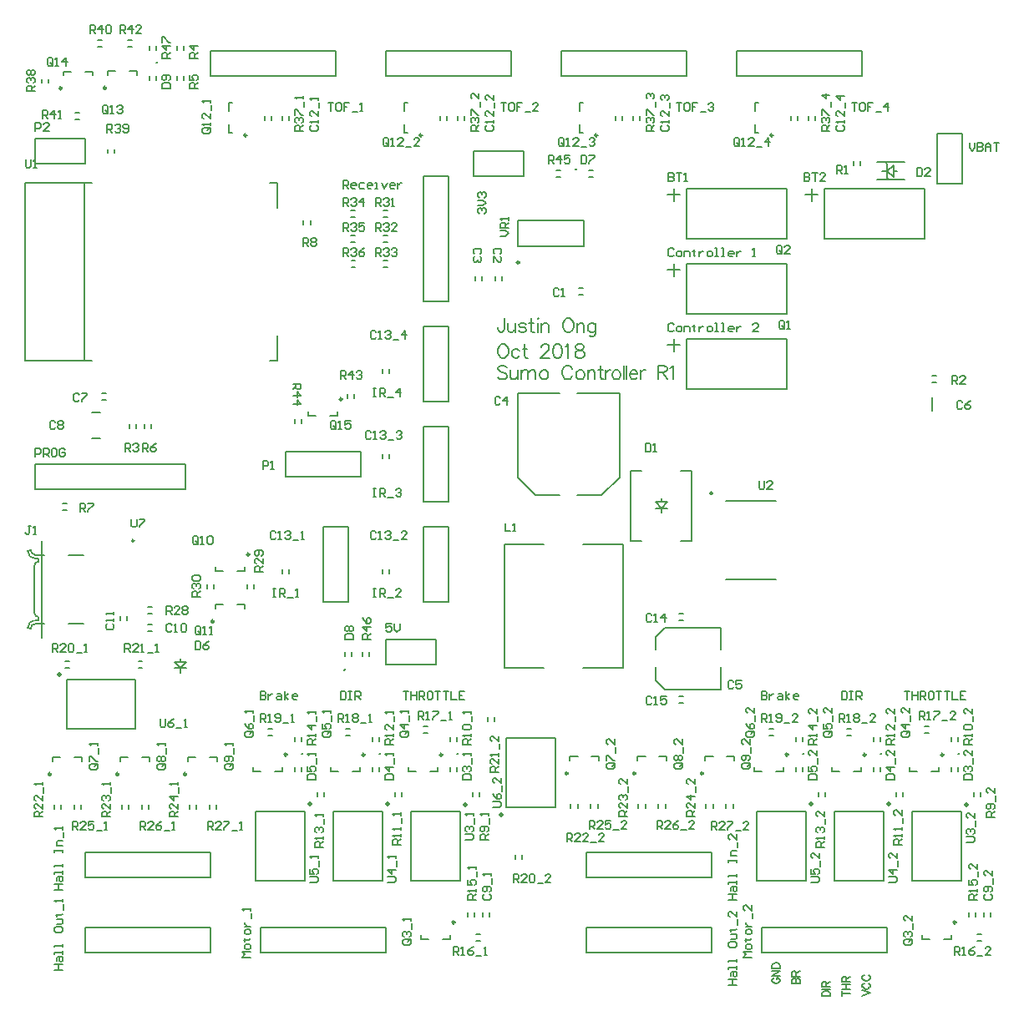
<source format=gto>
G04*
G04 #@! TF.GenerationSoftware,Altium Limited,Altium Designer,18.0.7 (293)*
G04*
G04 Layer_Color=65535*
%FSLAX23Y23*%
%MOIN*%
G70*
G01*
G75*
%ADD10C,0.005*%
%ADD11C,0.010*%
%ADD12C,0.010*%
%ADD13C,0.020*%
%ADD14C,0.008*%
%ADD15C,0.006*%
D10*
X48Y-2395D02*
G03*
X64Y-2411I16J0D01*
G01*
X52Y-2423D02*
G03*
X21Y-2454I0J-31D01*
G01*
X52Y-2438D02*
G03*
X33Y-2458I0J-20D01*
G01*
X64Y-2190D02*
G03*
X48Y-2206I0J-16D01*
G01*
X21Y-2147D02*
G03*
X52Y-2179I31J0D01*
G01*
X33Y-2143D02*
G03*
X52Y-2163I20J0D01*
G01*
X48Y-2391D02*
Y-2206D01*
Y-2395D02*
Y-2387D01*
X64Y-2423D02*
Y-2411D01*
X52Y-2423D02*
X64D01*
X21Y-2454D02*
X33Y-2458D01*
X50Y-2438D02*
X52D01*
X86D01*
X64Y-2190D02*
Y-2179D01*
X52D02*
X64D01*
X21Y-2147D02*
X33Y-2143D01*
X78Y-2493D02*
Y-2109D01*
X184Y-2438D02*
X243D01*
X50D02*
X86D01*
X50Y-2163D02*
X52D01*
X86D01*
X184D02*
X243D01*
D11*
X1983Y-996D02*
G03*
X1983Y-996I-5J0D01*
G01*
X1276Y-1541D02*
G03*
X1276Y-1541I-5J0D01*
G01*
X764Y-2429D02*
G03*
X764Y-2429I-5J0D01*
G01*
X906Y-2161D02*
G03*
X906Y-2161I-5J0D01*
G01*
X157Y-300D02*
G03*
X157Y-300I-5J0D01*
G01*
X334Y-299D02*
G03*
X334Y-299I-5J0D01*
G01*
X1726Y-3630D02*
G03*
X1726Y-3630I-5J0D01*
G01*
X3726D02*
G03*
X3726Y-3630I-5J0D01*
G01*
X1676Y-2961D02*
G03*
X1676Y-2961I-5J0D01*
G01*
X1366Y-2961D02*
G03*
X1366Y-2961I-5J0D01*
G01*
X1056Y-2960D02*
G03*
X1056Y-2960I-5J0D01*
G01*
X114Y-3039D02*
G03*
X114Y-3039I-5J0D01*
G01*
X384D02*
G03*
X384Y-3039I-5J0D01*
G01*
X654D02*
G03*
X654Y-3039I-5J0D01*
G01*
X2177Y-3035D02*
G03*
X2177Y-3035I-5J0D01*
G01*
X2447D02*
G03*
X2447Y-3035I-5J0D01*
G01*
X2717D02*
G03*
X2717Y-3035I-5J0D01*
G01*
X3056Y-2960D02*
G03*
X3056Y-2960I-5J0D01*
G01*
X3366Y-2961D02*
G03*
X3366Y-2961I-5J0D01*
G01*
X3676Y-2961D02*
G03*
X3676Y-2961I-5J0D01*
G01*
X895Y-488D02*
G03*
X895Y-488I-5J0D01*
G01*
X1595D02*
G03*
X1595Y-488I-5J0D01*
G01*
X2295D02*
G03*
X2295Y-488I-5J0D01*
G01*
X2995D02*
G03*
X2995Y-488I-5J0D01*
G01*
D12*
X1286Y-2622D02*
G03*
X1286Y-2622I-1J0D01*
G01*
X2754Y-1917D02*
G03*
X2754Y-1917I-4J0D01*
G01*
X2209Y-624D02*
G03*
X2209Y-624I-1J0D01*
G01*
X445Y-2107D02*
G03*
X445Y-2107I-4J0D01*
G01*
X537Y-198D02*
G03*
X537Y-198I-1J0D01*
G01*
X1737Y-2958D02*
G03*
X1737Y-2958I-1J0D01*
G01*
X1427D02*
G03*
X1427Y-2958I-1J0D01*
G01*
X1117D02*
G03*
X1117Y-2958I-1J0D01*
G01*
X3117D02*
G03*
X3117Y-2958I-1J0D01*
G01*
X3427D02*
G03*
X3427Y-2958I-1J0D01*
G01*
X3737D02*
G03*
X3737Y-2958I-1J0D01*
G01*
D13*
X1769Y-3160D02*
G03*
X1769Y-3160I-0J0D01*
G01*
X1459Y-3159D02*
G03*
X1459Y-3159I-0J0D01*
G01*
X1149D02*
G03*
X1149Y-3159I-0J0D01*
G01*
X147Y-2641D02*
G03*
X147Y-2641I-0J0D01*
G01*
X1911Y-3200D02*
G03*
X1911Y-3200I-0J0D01*
G01*
X3149Y-3159D02*
G03*
X3149Y-3159I-0J0D01*
G01*
X3459D02*
G03*
X3459Y-3159I-0J0D01*
G01*
X3769Y-3160D02*
G03*
X3769Y-3160I-0J0D01*
G01*
D14*
X50Y-600D02*
Y-500D01*
X250D01*
Y-600D02*
Y-500D01*
X50Y-600D02*
X250D01*
X342Y-558D02*
Y-543D01*
X369Y-558D02*
Y-543D01*
X1800Y-550D02*
X2000D01*
X1800Y-650D02*
Y-550D01*
Y-650D02*
X2000D01*
Y-550D01*
X2242Y-931D02*
Y-829D01*
X1978Y-931D02*
Y-829D01*
X2242D01*
X1978Y-931D02*
X2242D01*
X1286Y-2568D02*
Y-2552D01*
X1314Y-2568D02*
Y-2552D01*
X1384Y-2568D02*
Y-2552D01*
X1356Y-2568D02*
Y-2552D01*
X1050Y-1850D02*
Y-1750D01*
X1350D01*
Y-1850D02*
Y-1750D01*
X1050Y-1850D02*
X1350D01*
X1141Y-1608D02*
X1172D01*
X1141D02*
Y-1592D01*
X1228Y-1608D02*
X1259D01*
Y-1592D01*
X3750Y-680D02*
Y-480D01*
X3650D02*
X3750D01*
X3650Y-680D02*
Y-480D01*
Y-680D02*
X3750D01*
X2622Y-2754D02*
X2638D01*
X2622Y-2726D02*
X2638D01*
X2622Y-2424D02*
X2637D01*
X2622Y-2396D02*
X2637D01*
X3632Y-1474D02*
X3648D01*
X3632Y-1446D02*
X3648D01*
X3630Y-1586D02*
Y-1534D01*
X3344Y-608D02*
Y-592D01*
X3316Y-608D02*
Y-592D01*
X2262Y-626D02*
X2278D01*
X2262Y-654D02*
X2278D01*
X2132Y-626D02*
X2148D01*
X2132Y-654D02*
X2148D01*
X1834Y-1068D02*
Y-1052D01*
X1806Y-1068D02*
Y-1052D01*
X2222Y-1124D02*
X2238D01*
X2222Y-1096D02*
X2238D01*
X1886Y-1068D02*
Y-1052D01*
X1914Y-1068D02*
Y-1052D01*
X1064Y-2238D02*
Y-2222D01*
X1036Y-2238D02*
Y-2222D01*
X1200Y-2350D02*
X1300D01*
X1200D02*
Y-2050D01*
X1300D01*
Y-2350D02*
Y-2050D01*
X1464Y-2238D02*
Y-2222D01*
X1436Y-2238D02*
Y-2222D01*
X1600Y-2350D02*
X1700D01*
X1600D02*
Y-2050D01*
X1700D01*
Y-2350D02*
Y-2050D01*
X1436Y-1778D02*
Y-1762D01*
X1464Y-1778D02*
Y-1762D01*
X1600Y-1950D02*
X1700D01*
X1600D02*
Y-1650D01*
X1700D01*
Y-1950D02*
Y-1650D01*
X426Y-1658D02*
Y-1642D01*
X454Y-1658D02*
Y-1642D01*
X76Y-278D02*
Y-263D01*
X104Y-278D02*
Y-263D01*
X1600Y-650D02*
X1700D01*
Y-1150D02*
Y-650D01*
X1600Y-1150D02*
Y-650D01*
Y-1150D02*
X1700D01*
X1312Y-814D02*
X1328D01*
X1312Y-786D02*
X1328D01*
X1312Y-914D02*
X1328D01*
X1312Y-886D02*
X1328D01*
X1313Y-1014D02*
X1328D01*
X1313Y-986D02*
X1328D01*
X1442Y-814D02*
X1458D01*
X1442Y-786D02*
X1458D01*
X1442Y-914D02*
X1457D01*
X1442Y-886D02*
X1457D01*
X1442Y-1014D02*
X1458D01*
X1442Y-986D02*
X1458D01*
X162Y-1956D02*
X177D01*
X162Y-1984D02*
X177D01*
X924Y-2298D02*
Y-2282D01*
X896Y-2298D02*
Y-2282D01*
X858Y-2362D02*
X889D01*
Y-2378D02*
Y-2362D01*
X771D02*
X802D01*
X771Y-2378D02*
Y-2362D01*
X736Y-2298D02*
Y-2282D01*
X764Y-2298D02*
Y-2282D01*
X318Y-1544D02*
X334D01*
X318Y-1516D02*
X334D01*
X279Y-1594D02*
X310D01*
X279Y-1697D02*
X310D01*
X771Y-2228D02*
X802D01*
X771D02*
Y-2212D01*
X858Y-2228D02*
X889D01*
Y-2212D01*
X502Y-2371D02*
X518D01*
X502Y-2399D02*
X518D01*
X419Y-2423D02*
Y-2407D01*
X391Y-2423D02*
Y-2407D01*
X502Y-2441D02*
X518D01*
X502Y-2469D02*
X518D01*
X1700Y-1550D02*
Y-1250D01*
X1600D02*
X1700D01*
X1600Y-1550D02*
Y-1250D01*
Y-1550D02*
X1700D01*
X1436Y-1438D02*
Y-1422D01*
X1464Y-1438D02*
Y-1422D01*
X644Y-268D02*
Y-252D01*
X616Y-268D02*
Y-252D01*
X616Y-148D02*
Y-132D01*
X644Y-148D02*
Y-132D01*
X486Y-1658D02*
Y-1642D01*
X514Y-1658D02*
Y-1642D01*
X1150Y-844D02*
Y-828D01*
X1122Y-844D02*
Y-828D01*
X534Y-268D02*
Y-252D01*
X506Y-268D02*
Y-252D01*
X534Y-148D02*
Y-132D01*
X506Y-148D02*
Y-132D01*
X650Y-1900D02*
Y-1800D01*
X50Y-1900D02*
Y-1800D01*
X650D01*
X50Y-1900D02*
X650D01*
X1650Y-2600D02*
Y-2500D01*
X1450Y-2600D02*
X1650D01*
X1450D02*
Y-2500D01*
X1650D01*
X212Y-424D02*
X228D01*
X212Y-396D02*
X228D01*
X422Y-106D02*
X438D01*
X422Y-134D02*
X438D01*
X250Y-233D02*
X282D01*
Y-249D02*
Y-233D01*
X164D02*
X195D01*
X164Y-249D02*
Y-233D01*
X302Y-106D02*
X318D01*
X302Y-134D02*
X318D01*
X428Y-232D02*
X459D01*
Y-248D02*
Y-232D01*
X341D02*
X372D01*
X341Y-248D02*
Y-232D01*
X1324Y-1538D02*
Y-1522D01*
X1296Y-1538D02*
Y-1522D01*
X1086Y-1637D02*
Y-1622D01*
X1114Y-1637D02*
Y-1622D01*
X2750Y-3450D02*
Y-3350D01*
X2250Y-3450D02*
X2750D01*
X2250Y-3350D02*
X2750D01*
X2250Y-3450D02*
Y-3350D01*
X2750Y-3750D02*
Y-3650D01*
X2250Y-3750D02*
X2750D01*
X2250Y-3650D02*
X2750D01*
X2250Y-3750D02*
Y-3650D01*
X2950Y-3750D02*
Y-3650D01*
X3450D01*
X2950Y-3750D02*
X3450D01*
Y-3650D01*
X950Y-3750D02*
Y-3650D01*
X1450D01*
X950Y-3750D02*
X1450D01*
Y-3650D01*
X750Y-3450D02*
Y-3350D01*
X250Y-3450D02*
X750D01*
X250Y-3350D02*
X750D01*
X250Y-3450D02*
Y-3350D01*
X750Y-3750D02*
Y-3650D01*
X250Y-3750D02*
X750D01*
X250Y-3650D02*
X750D01*
X250Y-3750D02*
Y-3650D01*
X1591Y-3697D02*
X1622D01*
X1591D02*
Y-3681D01*
X1678Y-3697D02*
X1709D01*
Y-3681D01*
X3591Y-3697D02*
X3622D01*
X3591D02*
Y-3681D01*
X3678Y-3697D02*
X3709D01*
Y-3681D01*
X1836Y-3607D02*
Y-3591D01*
X1864Y-3607D02*
Y-3591D01*
X1734Y-3028D02*
Y-3012D01*
X1706Y-3028D02*
Y-3012D01*
X1424Y-3028D02*
Y-3012D01*
X1396Y-3028D02*
Y-3012D01*
X1114Y-3028D02*
Y-3012D01*
X1086Y-3028D02*
Y-3012D01*
X1541Y-3028D02*
X1572D01*
X1541D02*
Y-3012D01*
X1628Y-3028D02*
X1659D01*
Y-3012D01*
X1231Y-3028D02*
X1262D01*
X1231D02*
Y-3012D01*
X1318Y-3028D02*
X1349D01*
Y-3012D01*
X921Y-3027D02*
X952D01*
X921D02*
Y-3011D01*
X1008Y-3027D02*
X1039D01*
Y-3011D01*
X208Y-2972D02*
X239D01*
Y-2988D02*
Y-2972D01*
X121D02*
X152D01*
X121Y-2988D02*
Y-2972D01*
X478D02*
X509D01*
Y-2988D02*
Y-2972D01*
X391D02*
X422D01*
X391Y-2988D02*
Y-2972D01*
X748D02*
X779D01*
Y-2988D02*
Y-2972D01*
X661D02*
X692D01*
X661Y-2988D02*
Y-2972D01*
X1824Y-3128D02*
Y-3112D01*
X1796Y-3128D02*
Y-3112D01*
X1734Y-2908D02*
Y-2892D01*
X1706Y-2908D02*
Y-2892D01*
X1514Y-3128D02*
Y-3112D01*
X1486Y-3128D02*
Y-3112D01*
X1424Y-2908D02*
Y-2892D01*
X1396Y-2908D02*
Y-2892D01*
X1204Y-3128D02*
Y-3112D01*
X1176Y-3128D02*
Y-3112D01*
X1114Y-2908D02*
Y-2892D01*
X1086Y-2908D02*
Y-2892D01*
X1776Y-3607D02*
Y-3591D01*
X1804Y-3607D02*
Y-3591D01*
X1812Y-3676D02*
X1828D01*
X1812Y-3704D02*
X1828D01*
X1602Y-2874D02*
X1618D01*
X1602Y-2846D02*
X1618D01*
X1292Y-2884D02*
X1308D01*
X1292Y-2856D02*
X1308D01*
X982Y-2884D02*
X998D01*
X982Y-2856D02*
X998D01*
X172Y-2586D02*
X188D01*
X172Y-2614D02*
X188D01*
X463Y-2586D02*
X478D01*
X463Y-2614D02*
X478D01*
X126Y-3178D02*
Y-3162D01*
X154Y-3178D02*
Y-3162D01*
X396Y-3177D02*
Y-3161D01*
X424Y-3177D02*
Y-3161D01*
X666Y-3177D02*
Y-3161D01*
X694Y-3177D02*
Y-3161D01*
X206Y-3177D02*
Y-3161D01*
X234Y-3177D02*
Y-3161D01*
X476Y-3177D02*
Y-3161D01*
X504Y-3177D02*
Y-3161D01*
X746Y-3177D02*
Y-3161D01*
X774Y-3177D02*
Y-3161D01*
X2271Y-2969D02*
X2302D01*
Y-2984D02*
Y-2969D01*
X2184D02*
X2216D01*
X2184Y-2984D02*
Y-2969D01*
X2541D02*
X2572D01*
Y-2984D02*
Y-2969D01*
X2454D02*
X2486D01*
X2454Y-2984D02*
Y-2969D01*
X2811D02*
X2842D01*
Y-2984D02*
Y-2969D01*
X2724D02*
X2756D01*
X2724Y-2984D02*
Y-2969D01*
X1966Y-3378D02*
Y-3362D01*
X1994Y-3378D02*
Y-3362D01*
X2809Y-3174D02*
Y-3158D01*
X2837Y-3174D02*
Y-3158D01*
X2539Y-3174D02*
Y-3158D01*
X2567Y-3174D02*
Y-3158D01*
X2729Y-3174D02*
Y-3158D01*
X2757Y-3174D02*
Y-3158D01*
X2459Y-3174D02*
Y-3158D01*
X2487Y-3174D02*
Y-3158D01*
X2269Y-3173D02*
Y-3158D01*
X2297Y-3173D02*
Y-3158D01*
X2189Y-3174D02*
Y-3159D01*
X2217Y-3174D02*
Y-3159D01*
X1884Y-2828D02*
Y-2812D01*
X1856Y-2828D02*
Y-2812D01*
X2921Y-3027D02*
X2952D01*
X2921D02*
Y-3011D01*
X3008Y-3027D02*
X3039D01*
Y-3011D01*
X2982Y-2884D02*
X2998D01*
X2982Y-2856D02*
X2998D01*
X3204Y-3128D02*
Y-3112D01*
X3176Y-3128D02*
Y-3112D01*
X3114Y-3028D02*
Y-3012D01*
X3086Y-3028D02*
Y-3012D01*
X3114Y-2908D02*
Y-2892D01*
X3086Y-2908D02*
Y-2892D01*
X3292Y-2884D02*
X3308D01*
X3292Y-2856D02*
X3308D01*
X3424Y-3028D02*
Y-3012D01*
X3396Y-3028D02*
Y-3012D01*
X3514Y-3128D02*
Y-3112D01*
X3486Y-3128D02*
Y-3112D01*
X3424Y-2908D02*
Y-2892D01*
X3396Y-2908D02*
Y-2892D01*
X3231Y-3028D02*
X3262D01*
X3231D02*
Y-3012D01*
X3318Y-3028D02*
X3349D01*
Y-3012D01*
X3734Y-3028D02*
Y-3012D01*
X3706Y-3028D02*
Y-3012D01*
X3812Y-3676D02*
X3828D01*
X3812Y-3704D02*
X3828D01*
X3836Y-3607D02*
Y-3591D01*
X3864Y-3607D02*
Y-3591D01*
X3776Y-3607D02*
Y-3591D01*
X3804Y-3607D02*
Y-3591D01*
X3602Y-2874D02*
X3618D01*
X3602Y-2846D02*
X3618D01*
X3734Y-2908D02*
Y-2892D01*
X3706Y-2908D02*
Y-2892D01*
X3824Y-3128D02*
Y-3112D01*
X3796Y-3128D02*
Y-3112D01*
X3541Y-3028D02*
X3572D01*
X3541D02*
Y-3012D01*
X3628Y-3028D02*
X3659D01*
Y-3012D01*
X1036Y-428D02*
Y-412D01*
X1064Y-428D02*
Y-412D01*
X823Y-390D02*
Y-358D01*
X839D01*
X823Y-476D02*
Y-445D01*
Y-476D02*
X839D01*
X966Y-428D02*
Y-412D01*
X994Y-428D02*
Y-412D01*
X750Y-250D02*
Y-150D01*
X1250D01*
X750Y-250D02*
X1250D01*
Y-150D01*
X1736Y-428D02*
Y-412D01*
X1764Y-428D02*
Y-412D01*
X1523Y-390D02*
Y-358D01*
X1539D01*
X1523Y-476D02*
Y-445D01*
Y-476D02*
X1539D01*
X1666Y-428D02*
Y-412D01*
X1694Y-428D02*
Y-412D01*
X1450Y-250D02*
Y-150D01*
X1950D01*
X1450Y-250D02*
X1950D01*
Y-150D01*
X2436Y-428D02*
Y-412D01*
X2464Y-428D02*
Y-412D01*
X2223Y-390D02*
Y-358D01*
X2239D01*
X2223Y-476D02*
Y-445D01*
Y-476D02*
X2239D01*
X2366Y-428D02*
Y-412D01*
X2394Y-428D02*
Y-412D01*
X2150Y-250D02*
Y-150D01*
X2650D01*
X2150Y-250D02*
X2650D01*
Y-150D01*
X2850Y-250D02*
Y-150D01*
X3350D01*
X2850Y-250D02*
X3350D01*
Y-150D01*
X2923Y-390D02*
Y-358D01*
X2939D01*
X2923Y-476D02*
Y-445D01*
Y-476D02*
X2939D01*
X3136Y-428D02*
Y-412D01*
X3164Y-428D02*
Y-412D01*
X3066Y-428D02*
Y-412D01*
X3094Y-428D02*
Y-412D01*
X1924Y-1219D02*
Y-1261D01*
X1921Y-1268D01*
X1919Y-1271D01*
X1914Y-1274D01*
X1908D01*
X1903Y-1271D01*
X1900Y-1268D01*
X1898Y-1261D01*
Y-1255D01*
X1938Y-1237D02*
Y-1263D01*
X1941Y-1271D01*
X1946Y-1274D01*
X1954D01*
X1959Y-1271D01*
X1967Y-1263D01*
Y-1237D02*
Y-1274D01*
X2010Y-1245D02*
X2008Y-1240D01*
X2000Y-1237D01*
X1992D01*
X1984Y-1240D01*
X1982Y-1245D01*
X1984Y-1250D01*
X1989Y-1253D01*
X2003Y-1255D01*
X2008Y-1258D01*
X2010Y-1263D01*
Y-1266D01*
X2008Y-1271D01*
X2000Y-1274D01*
X1992D01*
X1984Y-1271D01*
X1982Y-1266D01*
X2030Y-1219D02*
Y-1263D01*
X2032Y-1271D01*
X2038Y-1274D01*
X2043D01*
X2022Y-1237D02*
X2040D01*
X2056Y-1219D02*
X2059Y-1221D01*
X2061Y-1219D01*
X2059Y-1216D01*
X2056Y-1219D01*
X2059Y-1237D02*
Y-1274D01*
X2071Y-1237D02*
Y-1274D01*
Y-1247D02*
X2079Y-1240D01*
X2084Y-1237D01*
X2092D01*
X2097Y-1240D01*
X2100Y-1247D01*
Y-1274D01*
X2173Y-1219D02*
X2168Y-1221D01*
X2163Y-1226D01*
X2160Y-1232D01*
X2158Y-1240D01*
Y-1253D01*
X2160Y-1261D01*
X2163Y-1266D01*
X2168Y-1271D01*
X2173Y-1274D01*
X2184D01*
X2189Y-1271D01*
X2194Y-1266D01*
X2197Y-1261D01*
X2200Y-1253D01*
Y-1240D01*
X2197Y-1232D01*
X2194Y-1226D01*
X2189Y-1221D01*
X2184Y-1219D01*
X2173D01*
X2213Y-1237D02*
Y-1274D01*
Y-1247D02*
X2220Y-1240D01*
X2226Y-1237D01*
X2233D01*
X2239Y-1240D01*
X2241Y-1247D01*
Y-1274D01*
X2287Y-1237D02*
Y-1279D01*
X2285Y-1287D01*
X2282Y-1289D01*
X2277Y-1292D01*
X2269D01*
X2264Y-1289D01*
X2287Y-1245D02*
X2282Y-1240D01*
X2277Y-1237D01*
X2269D01*
X2264Y-1240D01*
X2258Y-1245D01*
X2256Y-1253D01*
Y-1258D01*
X2258Y-1266D01*
X2264Y-1271D01*
X2269Y-1274D01*
X2277D01*
X2282Y-1271D01*
X2287Y-1266D01*
X1914Y-1322D02*
X1908Y-1325D01*
X1903Y-1330D01*
X1900Y-1335D01*
X1898Y-1343D01*
Y-1356D01*
X1900Y-1364D01*
X1903Y-1369D01*
X1908Y-1374D01*
X1914Y-1377D01*
X1924D01*
X1929Y-1374D01*
X1935Y-1369D01*
X1937Y-1364D01*
X1940Y-1356D01*
Y-1343D01*
X1937Y-1335D01*
X1935Y-1330D01*
X1929Y-1325D01*
X1924Y-1322D01*
X1914D01*
X1984Y-1348D02*
X1979Y-1343D01*
X1974Y-1340D01*
X1966D01*
X1961Y-1343D01*
X1955Y-1348D01*
X1953Y-1356D01*
Y-1361D01*
X1955Y-1369D01*
X1961Y-1374D01*
X1966Y-1377D01*
X1974D01*
X1979Y-1374D01*
X1984Y-1369D01*
X2004Y-1322D02*
Y-1367D01*
X2007Y-1374D01*
X2012Y-1377D01*
X2017D01*
X1996Y-1340D02*
X2014D01*
X2071Y-1335D02*
Y-1332D01*
X2073Y-1327D01*
X2076Y-1325D01*
X2081Y-1322D01*
X2092D01*
X2097Y-1325D01*
X2100Y-1327D01*
X2102Y-1332D01*
Y-1338D01*
X2100Y-1343D01*
X2094Y-1351D01*
X2068Y-1377D01*
X2105D01*
X2133Y-1322D02*
X2125Y-1325D01*
X2120Y-1332D01*
X2117Y-1346D01*
Y-1353D01*
X2120Y-1367D01*
X2125Y-1374D01*
X2133Y-1377D01*
X2138D01*
X2146Y-1374D01*
X2151Y-1367D01*
X2154Y-1353D01*
Y-1346D01*
X2151Y-1332D01*
X2146Y-1325D01*
X2138Y-1322D01*
X2133D01*
X2166Y-1332D02*
X2172Y-1330D01*
X2179Y-1322D01*
Y-1377D01*
X2220Y-1322D02*
X2212Y-1325D01*
X2209Y-1330D01*
Y-1335D01*
X2212Y-1340D01*
X2217Y-1343D01*
X2228Y-1346D01*
X2236Y-1348D01*
X2241Y-1353D01*
X2243Y-1359D01*
Y-1367D01*
X2241Y-1372D01*
X2238Y-1374D01*
X2230Y-1377D01*
X2220D01*
X2212Y-1374D01*
X2209Y-1372D01*
X2207Y-1367D01*
Y-1359D01*
X2209Y-1353D01*
X2215Y-1348D01*
X2222Y-1346D01*
X2233Y-1343D01*
X2238Y-1340D01*
X2241Y-1335D01*
Y-1330D01*
X2238Y-1325D01*
X2230Y-1322D01*
X2220D01*
X1935Y-1415D02*
X1929Y-1410D01*
X1921Y-1407D01*
X1911D01*
X1903Y-1410D01*
X1898Y-1415D01*
Y-1420D01*
X1900Y-1425D01*
X1903Y-1428D01*
X1908Y-1431D01*
X1924Y-1436D01*
X1929Y-1439D01*
X1932Y-1441D01*
X1935Y-1446D01*
Y-1454D01*
X1929Y-1460D01*
X1921Y-1462D01*
X1911D01*
X1903Y-1460D01*
X1898Y-1454D01*
X1947Y-1425D02*
Y-1452D01*
X1950Y-1460D01*
X1955Y-1462D01*
X1963D01*
X1968Y-1460D01*
X1976Y-1452D01*
Y-1425D02*
Y-1462D01*
X1990Y-1425D02*
Y-1462D01*
Y-1436D02*
X1998Y-1428D01*
X2003Y-1425D01*
X2011D01*
X2016Y-1428D01*
X2019Y-1436D01*
Y-1462D01*
Y-1436D02*
X2027Y-1428D01*
X2032Y-1425D01*
X2040D01*
X2045Y-1428D01*
X2048Y-1436D01*
Y-1462D01*
X2078Y-1425D02*
X2073Y-1428D01*
X2068Y-1433D01*
X2065Y-1441D01*
Y-1446D01*
X2068Y-1454D01*
X2073Y-1460D01*
X2078Y-1462D01*
X2086D01*
X2092Y-1460D01*
X2097Y-1454D01*
X2099Y-1446D01*
Y-1441D01*
X2097Y-1433D01*
X2092Y-1428D01*
X2086Y-1425D01*
X2078D01*
X2194Y-1420D02*
X2192Y-1415D01*
X2186Y-1410D01*
X2181Y-1407D01*
X2171D01*
X2165Y-1410D01*
X2160Y-1415D01*
X2157Y-1420D01*
X2155Y-1428D01*
Y-1441D01*
X2157Y-1449D01*
X2160Y-1454D01*
X2165Y-1460D01*
X2171Y-1462D01*
X2181D01*
X2186Y-1460D01*
X2192Y-1454D01*
X2194Y-1449D01*
X2223Y-1425D02*
X2217Y-1428D01*
X2212Y-1433D01*
X2210Y-1441D01*
Y-1446D01*
X2212Y-1454D01*
X2217Y-1460D01*
X2223Y-1462D01*
X2231D01*
X2236Y-1460D01*
X2241Y-1454D01*
X2244Y-1446D01*
Y-1441D01*
X2241Y-1433D01*
X2236Y-1428D01*
X2231Y-1425D01*
X2223D01*
X2256D02*
Y-1462D01*
Y-1436D02*
X2264Y-1428D01*
X2269Y-1425D01*
X2277D01*
X2282Y-1428D01*
X2285Y-1436D01*
Y-1462D01*
X2307Y-1407D02*
Y-1452D01*
X2310Y-1460D01*
X2315Y-1462D01*
X2320D01*
X2299Y-1425D02*
X2317D01*
X2328D02*
Y-1462D01*
Y-1441D02*
X2331Y-1433D01*
X2336Y-1428D01*
X2341Y-1425D01*
X2349D01*
X2367D02*
X2362Y-1428D01*
X2357Y-1433D01*
X2354Y-1441D01*
Y-1446D01*
X2357Y-1454D01*
X2362Y-1460D01*
X2367Y-1462D01*
X2375D01*
X2380Y-1460D01*
X2385Y-1454D01*
X2388Y-1446D01*
Y-1441D01*
X2385Y-1433D01*
X2380Y-1428D01*
X2375Y-1425D01*
X2367D01*
X2400Y-1407D02*
Y-1462D01*
X2412Y-1407D02*
Y-1462D01*
X2423Y-1441D02*
X2455D01*
Y-1436D01*
X2452Y-1431D01*
X2449Y-1428D01*
X2444Y-1425D01*
X2436D01*
X2431Y-1428D01*
X2426Y-1433D01*
X2423Y-1441D01*
Y-1446D01*
X2426Y-1454D01*
X2431Y-1460D01*
X2436Y-1462D01*
X2444D01*
X2449Y-1460D01*
X2455Y-1454D01*
X2467Y-1425D02*
Y-1462D01*
Y-1441D02*
X2469Y-1433D01*
X2474Y-1428D01*
X2480Y-1425D01*
X2488D01*
X2536Y-1407D02*
Y-1462D01*
Y-1407D02*
X2559D01*
X2567Y-1410D01*
X2570Y-1412D01*
X2573Y-1418D01*
Y-1423D01*
X2570Y-1428D01*
X2567Y-1431D01*
X2559Y-1433D01*
X2536D01*
X2554D02*
X2573Y-1462D01*
X2585Y-1418D02*
X2590Y-1415D01*
X2598Y-1407D01*
Y-1462D01*
D15*
X3411Y-595D02*
X3521D01*
X3452Y-606D02*
Y-604D01*
X3452Y-656D02*
Y-654D01*
X3432Y-630D02*
X3452D01*
Y-606D01*
X3452Y-654D02*
X3452Y-654D01*
Y-630D01*
X3476D02*
X3491D01*
X3476Y-654D02*
Y-630D01*
Y-606D01*
X3452Y-630D02*
X3476Y-654D01*
X3452Y-630D02*
X3476Y-606D01*
X3452Y-604D02*
X3452D01*
X3446Y-599D02*
X3452Y-604D01*
Y-656D02*
X3452D01*
X3458Y-661D01*
X3411Y-665D02*
X3521D01*
X2428Y-2106D02*
Y-1826D01*
X2550Y-1995D02*
Y-1976D01*
X2526D02*
X2550D01*
X2574Y-1976D02*
X2574Y-1976D01*
X2550D02*
X2574D01*
X2550Y-1952D02*
Y-1936D01*
Y-1952D02*
X2574D01*
X2526D02*
X2550D01*
Y-1976D02*
X2574Y-1952D01*
X2526D02*
X2550Y-1976D01*
X2672Y-2106D02*
Y-1826D01*
X2629Y-2106D02*
X2672D01*
X2629Y-1826D02*
X2672D01*
X2428Y-2106D02*
X2471D01*
X2428Y-1826D02*
X2471D01*
X3200Y-700D02*
X3600D01*
Y-900D02*
Y-700D01*
X3200Y-900D02*
X3600D01*
X3200D02*
Y-700D01*
X3150Y-725D02*
Y-700D01*
Y-750D02*
Y-725D01*
X3125D02*
X3175D01*
X2786Y-2701D02*
Y-2612D01*
Y-2542D02*
Y-2453D01*
X2564D02*
X2786D01*
X2527Y-2490D02*
X2564Y-2453D01*
X2527Y-2542D02*
Y-2490D01*
X2564Y-2701D02*
X2786D01*
X2527Y-2664D02*
X2564Y-2701D01*
X2527Y-2664D02*
Y-2612D01*
X2048Y-1924D02*
X2145D01*
X1977Y-1853D02*
X2048Y-1924D01*
X1977Y-1853D02*
Y-1519D01*
X2145D01*
X2215Y-1519D02*
X2383D01*
Y-1853D02*
Y-1519D01*
X2312Y-1924D02*
X2383Y-1853D01*
X2215Y-1924D02*
X2312D01*
X2809Y-2261D02*
X3006D01*
X2809Y-1946D02*
X3006D01*
X1924Y-2120D02*
X2081D01*
X1924Y-2613D02*
X2081D01*
X2239D02*
X2396D01*
X2239Y-2120D02*
X2396D01*
Y-2613D02*
Y-2120D01*
X1924Y-2613D02*
Y-2120D01*
X630Y-2635D02*
Y-2615D01*
X606D02*
X630D01*
X654Y-2615D02*
X654Y-2615D01*
X630D02*
X654D01*
X630Y-2591D02*
Y-2576D01*
Y-2591D02*
X654D01*
X606D02*
X630D01*
Y-2615D02*
X654Y-2591D01*
X606D02*
X630Y-2615D01*
X1749Y-3465D02*
Y-3189D01*
X1552Y-3465D02*
X1749D01*
X1552D02*
Y-3189D01*
X1749D01*
X1439Y-3464D02*
Y-3189D01*
X1242Y-3464D02*
X1439D01*
X1242D02*
Y-3189D01*
X1439D01*
X1129Y-3464D02*
Y-3189D01*
X932Y-3464D02*
X1129D01*
X932D02*
Y-3189D01*
X1129D01*
X176Y-2661D02*
X451D01*
Y-2858D02*
Y-2661D01*
X176Y-2858D02*
X451D01*
X176D02*
Y-2661D01*
X1931Y-3171D02*
Y-2895D01*
X2128D01*
Y-3171D02*
Y-2895D01*
X1931Y-3171D02*
X2128D01*
X3129Y-3464D02*
Y-3189D01*
X2932Y-3464D02*
X3129D01*
X2932D02*
Y-3189D01*
X3129D01*
X3439Y-3464D02*
Y-3189D01*
X3242Y-3464D02*
X3439D01*
X3242D02*
Y-3189D01*
X3439D01*
X3749Y-3465D02*
Y-3189D01*
X3552Y-3465D02*
X3749D01*
X3552D02*
Y-3189D01*
X3749D01*
X986Y-676D02*
X1016D01*
X11D02*
X276D01*
X986Y-1386D02*
X1016D01*
X11D02*
X276D01*
X11D02*
Y-676D01*
X246Y-1386D02*
Y-676D01*
X1016Y-1386D02*
Y-1286D01*
Y-776D02*
Y-676D01*
X2575Y-1325D02*
X2625D01*
X2600Y-1350D02*
Y-1325D01*
Y-1300D01*
X2650Y-1500D02*
Y-1300D01*
Y-1500D02*
X3050D01*
Y-1300D01*
X2650D02*
X3050D01*
X2575Y-1025D02*
X2625D01*
X2600Y-1050D02*
Y-1025D01*
Y-1000D01*
X2650Y-1200D02*
Y-1000D01*
Y-1200D02*
X3050D01*
Y-1000D01*
X2650D02*
X3050D01*
X2575Y-725D02*
X2625D01*
X2600Y-750D02*
Y-725D01*
Y-700D01*
X2650Y-900D02*
Y-700D01*
Y-900D02*
X3050D01*
Y-700D01*
X2650D02*
X3050D01*
X3352Y-3924D02*
X3384Y-3912D01*
X3352Y-3900D02*
X3384Y-3912D01*
X3360Y-3873D02*
X3357Y-3874D01*
X3354Y-3877D01*
X3352Y-3880D01*
Y-3886D01*
X3354Y-3889D01*
X3357Y-3892D01*
X3360Y-3894D01*
X3364Y-3896D01*
X3372D01*
X3376Y-3894D01*
X3379Y-3892D01*
X3382Y-3889D01*
X3384Y-3886D01*
Y-3880D01*
X3382Y-3877D01*
X3379Y-3874D01*
X3376Y-3873D01*
X3360Y-3841D02*
X3357Y-3842D01*
X3354Y-3845D01*
X3352Y-3848D01*
Y-3855D01*
X3354Y-3858D01*
X3357Y-3861D01*
X3360Y-3862D01*
X3364Y-3864D01*
X3372D01*
X3376Y-3862D01*
X3379Y-3861D01*
X3382Y-3858D01*
X3384Y-3855D01*
Y-3848D01*
X3382Y-3845D01*
X3379Y-3842D01*
X3376Y-3841D01*
X3000Y-3851D02*
X2997Y-3853D01*
X2994Y-3856D01*
X2992Y-3859D01*
Y-3865D01*
X2994Y-3868D01*
X2997Y-3871D01*
X3000Y-3872D01*
X3004Y-3874D01*
X3012D01*
X3016Y-3872D01*
X3019Y-3871D01*
X3022Y-3868D01*
X3024Y-3865D01*
Y-3859D01*
X3022Y-3856D01*
X3019Y-3853D01*
X3016Y-3851D01*
X3012D01*
Y-3859D02*
Y-3851D01*
X2992Y-3844D02*
X3024D01*
X2992D02*
X3024Y-3823D01*
X2992D02*
X3024D01*
X2992Y-3814D02*
X3024D01*
X2992D02*
Y-3803D01*
X2994Y-3798D01*
X2997Y-3795D01*
X3000Y-3794D01*
X3004Y-3792D01*
X3012D01*
X3016Y-3794D01*
X3019Y-3795D01*
X3022Y-3798D01*
X3024Y-3803D01*
Y-3814D01*
X3272Y-3913D02*
X3304D01*
X3272Y-3924D02*
Y-3903D01*
Y-3899D02*
X3304D01*
X3272Y-3878D02*
X3304D01*
X3287Y-3899D02*
Y-3878D01*
X3272Y-3869D02*
X3304D01*
X3272D02*
Y-3855D01*
X3274Y-3850D01*
X3275Y-3849D01*
X3278Y-3847D01*
X3281D01*
X3284Y-3849D01*
X3286Y-3850D01*
X3287Y-3855D01*
Y-3869D01*
Y-3858D02*
X3304Y-3847D01*
X3192Y-3924D02*
X3224D01*
X3192D02*
Y-3913D01*
X3194Y-3909D01*
X3197Y-3906D01*
X3200Y-3904D01*
X3204Y-3903D01*
X3212D01*
X3216Y-3904D01*
X3219Y-3906D01*
X3222Y-3909D01*
X3224Y-3913D01*
Y-3924D01*
X3192Y-3896D02*
X3224D01*
X3192Y-3889D02*
X3224D01*
X3192D02*
Y-3875D01*
X3194Y-3871D01*
X3195Y-3869D01*
X3198Y-3867D01*
X3201D01*
X3204Y-3869D01*
X3206Y-3871D01*
X3207Y-3875D01*
Y-3889D01*
Y-3878D02*
X3224Y-3867D01*
X3072Y-3874D02*
X3104D01*
X3072D02*
Y-3860D01*
X3074Y-3856D01*
X3075Y-3854D01*
X3078Y-3853D01*
X3081D01*
X3084Y-3854D01*
X3086Y-3856D01*
X3087Y-3860D01*
Y-3874D02*
Y-3860D01*
X3089Y-3856D01*
X3090Y-3854D01*
X3093Y-3853D01*
X3098D01*
X3101Y-3854D01*
X3102Y-3856D01*
X3104Y-3860D01*
Y-3874D01*
X3072Y-3846D02*
X3104D01*
X3072D02*
Y-3832D01*
X3074Y-3827D01*
X3075Y-3826D01*
X3078Y-3824D01*
X3081D01*
X3084Y-3826D01*
X3086Y-3827D01*
X3087Y-3832D01*
Y-3846D01*
Y-3835D02*
X3104Y-3824D01*
X2950Y-2708D02*
Y-2740D01*
X2966D01*
X2971Y-2735D01*
Y-2729D01*
X2966Y-2724D01*
X2950D01*
X2966D01*
X2971Y-2719D01*
Y-2713D01*
X2966Y-2708D01*
X2950D01*
X2982Y-2719D02*
Y-2740D01*
Y-2729D01*
X2987Y-2724D01*
X2993Y-2719D01*
X2998D01*
X3019D02*
X3030D01*
X3035Y-2724D01*
Y-2740D01*
X3019D01*
X3014Y-2735D01*
X3019Y-2729D01*
X3035D01*
X3046Y-2740D02*
Y-2708D01*
Y-2729D02*
X3062Y-2719D01*
X3046Y-2729D02*
X3062Y-2740D01*
X3094D02*
X3083D01*
X3078Y-2735D01*
Y-2724D01*
X3083Y-2719D01*
X3094D01*
X3099Y-2724D01*
Y-2729D01*
X3078D01*
X3270Y-2708D02*
Y-2740D01*
X3286D01*
X3291Y-2735D01*
Y-2713D01*
X3286Y-2708D01*
X3270D01*
X3302D02*
X3313D01*
X3307D01*
Y-2740D01*
X3302D01*
X3313D01*
X3329D02*
Y-2708D01*
X3345D01*
X3350Y-2713D01*
Y-2724D01*
X3345Y-2729D01*
X3329D01*
X3339D02*
X3350Y-2740D01*
X3520Y-2708D02*
X3541D01*
X3531D01*
Y-2740D01*
X3552Y-2708D02*
Y-2740D01*
Y-2724D01*
X3573D01*
Y-2708D01*
Y-2740D01*
X3584D02*
Y-2708D01*
X3600D01*
X3605Y-2713D01*
Y-2724D01*
X3600Y-2729D01*
X3584D01*
X3595D02*
X3605Y-2740D01*
X3632Y-2708D02*
X3621D01*
X3616Y-2713D01*
Y-2735D01*
X3621Y-2740D01*
X3632D01*
X3637Y-2735D01*
Y-2713D01*
X3632Y-2708D01*
X3648D02*
X3669D01*
X3659D01*
Y-2740D01*
X3680Y-2708D02*
X3701D01*
X3691D01*
Y-2740D01*
X3712Y-2708D02*
Y-2740D01*
X3733D01*
X3765Y-2708D02*
X3744D01*
Y-2740D01*
X3765D01*
X3744Y-2724D02*
X3755D01*
X1520Y-2708D02*
X1541D01*
X1531D01*
Y-2740D01*
X1552Y-2708D02*
Y-2740D01*
Y-2724D01*
X1573D01*
Y-2708D01*
Y-2740D01*
X1584D02*
Y-2708D01*
X1600D01*
X1605Y-2713D01*
Y-2724D01*
X1600Y-2729D01*
X1584D01*
X1595D02*
X1605Y-2740D01*
X1632Y-2708D02*
X1621D01*
X1616Y-2713D01*
Y-2735D01*
X1621Y-2740D01*
X1632D01*
X1637Y-2735D01*
Y-2713D01*
X1632Y-2708D01*
X1648D02*
X1669D01*
X1659D01*
Y-2740D01*
X1680Y-2708D02*
X1701D01*
X1691D01*
Y-2740D01*
X1712Y-2708D02*
Y-2740D01*
X1733D01*
X1765Y-2708D02*
X1744D01*
Y-2740D01*
X1765D01*
X1744Y-2724D02*
X1755D01*
X1270Y-2708D02*
Y-2740D01*
X1286D01*
X1291Y-2735D01*
Y-2713D01*
X1286Y-2708D01*
X1270D01*
X1302D02*
X1313D01*
X1307D01*
Y-2740D01*
X1302D01*
X1313D01*
X1329D02*
Y-2708D01*
X1345D01*
X1350Y-2713D01*
Y-2724D01*
X1345Y-2729D01*
X1329D01*
X1339D02*
X1350Y-2740D01*
X950Y-2708D02*
Y-2740D01*
X966D01*
X971Y-2735D01*
Y-2729D01*
X966Y-2724D01*
X950D01*
X966D01*
X971Y-2719D01*
Y-2713D01*
X966Y-2708D01*
X950D01*
X982Y-2719D02*
Y-2740D01*
Y-2729D01*
X987Y-2724D01*
X993Y-2719D01*
X998D01*
X1019D02*
X1030D01*
X1035Y-2724D01*
Y-2740D01*
X1019D01*
X1014Y-2735D01*
X1019Y-2729D01*
X1035D01*
X1046Y-2740D02*
Y-2708D01*
Y-2729D02*
X1062Y-2719D01*
X1046Y-2729D02*
X1062Y-2740D01*
X1094D02*
X1083D01*
X1078Y-2735D01*
Y-2724D01*
X1083Y-2719D01*
X1094D01*
X1099Y-2724D01*
Y-2729D01*
X1078D01*
X52Y-470D02*
Y-438D01*
X68D01*
X74Y-444D01*
Y-454D01*
X68Y-460D01*
X52D01*
X106Y-470D02*
X84D01*
X106Y-449D01*
Y-444D01*
X100Y-438D01*
X90D01*
X84Y-444D01*
X338Y-476D02*
Y-444D01*
X354D01*
X359Y-449D01*
Y-460D01*
X354Y-465D01*
X338D01*
X348D02*
X359Y-476D01*
X370Y-449D02*
X375Y-444D01*
X386D01*
X391Y-449D01*
Y-454D01*
X386Y-460D01*
X380D01*
X386D01*
X391Y-465D01*
Y-470D01*
X386Y-476D01*
X375D01*
X370Y-470D01*
X402D02*
X407Y-476D01*
X418D01*
X423Y-470D01*
Y-449D01*
X418Y-444D01*
X407D01*
X402Y-449D01*
Y-454D01*
X407Y-460D01*
X423D01*
X2511Y-2733D02*
X2506Y-2728D01*
X2495D01*
X2490Y-2733D01*
Y-2755D01*
X2495Y-2760D01*
X2506D01*
X2511Y-2755D01*
X2522Y-2760D02*
X2533D01*
X2527D01*
Y-2728D01*
X2522Y-2733D01*
X2570Y-2728D02*
X2549D01*
Y-2744D01*
X2559Y-2739D01*
X2565D01*
X2570Y-2744D01*
Y-2755D01*
X2565Y-2760D01*
X2554D01*
X2549Y-2755D01*
X2511Y-2403D02*
X2506Y-2398D01*
X2495D01*
X2490Y-2403D01*
Y-2425D01*
X2495Y-2430D01*
X2506D01*
X2511Y-2425D01*
X2522Y-2430D02*
X2533D01*
X2527D01*
Y-2398D01*
X2522Y-2403D01*
X2565Y-2430D02*
Y-2398D01*
X2549Y-2414D01*
X2570D01*
X50Y-311D02*
X18D01*
Y-295D01*
X23Y-290D01*
X34D01*
X39Y-295D01*
Y-311D01*
Y-300D02*
X50Y-290D01*
X23Y-279D02*
X18Y-274D01*
Y-263D01*
X23Y-258D01*
X29D01*
X34Y-263D01*
Y-268D01*
Y-263D01*
X39Y-258D01*
X45D01*
X50Y-263D01*
Y-274D01*
X45Y-279D01*
X23Y-247D02*
X18Y-242D01*
Y-231D01*
X23Y-226D01*
X29D01*
X34Y-231D01*
X39Y-226D01*
X45D01*
X50Y-231D01*
Y-242D01*
X45Y-247D01*
X39D01*
X34Y-242D01*
X29Y-247D01*
X23D01*
X34Y-242D02*
Y-231D01*
X34Y-2048D02*
X23D01*
X28D01*
Y-2075D01*
X23Y-2080D01*
X18D01*
X12Y-2075D01*
X44Y-2080D02*
X55D01*
X50D01*
Y-2048D01*
X44Y-2054D01*
X1400Y-1498D02*
X1411D01*
X1405D01*
Y-1530D01*
X1400D01*
X1411D01*
X1427D02*
Y-1498D01*
X1443D01*
X1448Y-1503D01*
Y-1514D01*
X1443Y-1519D01*
X1427D01*
X1437D02*
X1448Y-1530D01*
X1459Y-1535D02*
X1480D01*
X1507Y-1530D02*
Y-1498D01*
X1491Y-1514D01*
X1512D01*
X1400Y-1898D02*
X1411D01*
X1405D01*
Y-1930D01*
X1400D01*
X1411D01*
X1427D02*
Y-1898D01*
X1443D01*
X1448Y-1903D01*
Y-1914D01*
X1443Y-1919D01*
X1427D01*
X1437D02*
X1448Y-1930D01*
X1459Y-1935D02*
X1480D01*
X1491Y-1903D02*
X1496Y-1898D01*
X1507D01*
X1512Y-1903D01*
Y-1909D01*
X1507Y-1914D01*
X1501D01*
X1507D01*
X1512Y-1919D01*
Y-1925D01*
X1507Y-1930D01*
X1496D01*
X1491Y-1925D01*
X1400Y-2298D02*
X1411D01*
X1405D01*
Y-2330D01*
X1400D01*
X1411D01*
X1427D02*
Y-2298D01*
X1443D01*
X1448Y-2303D01*
Y-2314D01*
X1443Y-2319D01*
X1427D01*
X1437D02*
X1448Y-2330D01*
X1459Y-2335D02*
X1480D01*
X1512Y-2330D02*
X1491D01*
X1512Y-2309D01*
Y-2303D01*
X1507Y-2298D01*
X1496D01*
X1491Y-2303D01*
X1000Y-2298D02*
X1011D01*
X1005D01*
Y-2330D01*
X1000D01*
X1011D01*
X1027D02*
Y-2298D01*
X1043D01*
X1048Y-2303D01*
Y-2314D01*
X1043Y-2319D01*
X1027D01*
X1037D02*
X1048Y-2330D01*
X1059Y-2335D02*
X1080D01*
X1091Y-2330D02*
X1101D01*
X1096D01*
Y-2298D01*
X1091Y-2303D01*
X1411Y-1273D02*
X1406Y-1268D01*
X1395D01*
X1390Y-1273D01*
Y-1295D01*
X1395Y-1300D01*
X1406D01*
X1411Y-1295D01*
X1422Y-1300D02*
X1433D01*
X1427D01*
Y-1268D01*
X1422Y-1273D01*
X1449D02*
X1454Y-1268D01*
X1465D01*
X1470Y-1273D01*
Y-1279D01*
X1465Y-1284D01*
X1459D01*
X1465D01*
X1470Y-1289D01*
Y-1295D01*
X1465Y-1300D01*
X1454D01*
X1449Y-1295D01*
X1481Y-1305D02*
X1502D01*
X1529Y-1300D02*
Y-1268D01*
X1513Y-1284D01*
X1534D01*
X1391Y-1673D02*
X1386Y-1668D01*
X1375D01*
X1370Y-1673D01*
Y-1695D01*
X1375Y-1700D01*
X1386D01*
X1391Y-1695D01*
X1402Y-1700D02*
X1413D01*
X1407D01*
Y-1668D01*
X1402Y-1673D01*
X1429D02*
X1434Y-1668D01*
X1445D01*
X1450Y-1673D01*
Y-1679D01*
X1445Y-1684D01*
X1439D01*
X1445D01*
X1450Y-1689D01*
Y-1695D01*
X1445Y-1700D01*
X1434D01*
X1429Y-1695D01*
X1461Y-1705D02*
X1482D01*
X1493Y-1673D02*
X1498Y-1668D01*
X1509D01*
X1514Y-1673D01*
Y-1679D01*
X1509Y-1684D01*
X1503D01*
X1509D01*
X1514Y-1689D01*
Y-1695D01*
X1509Y-1700D01*
X1498D01*
X1493Y-1695D01*
X1411Y-2073D02*
X1406Y-2068D01*
X1395D01*
X1390Y-2073D01*
Y-2095D01*
X1395Y-2100D01*
X1406D01*
X1411Y-2095D01*
X1422Y-2100D02*
X1433D01*
X1427D01*
Y-2068D01*
X1422Y-2073D01*
X1449D02*
X1454Y-2068D01*
X1465D01*
X1470Y-2073D01*
Y-2079D01*
X1465Y-2084D01*
X1459D01*
X1465D01*
X1470Y-2089D01*
Y-2095D01*
X1465Y-2100D01*
X1454D01*
X1449Y-2095D01*
X1481Y-2105D02*
X1502D01*
X1534Y-2100D02*
X1513D01*
X1534Y-2079D01*
Y-2073D01*
X1529Y-2068D01*
X1518D01*
X1513Y-2073D01*
X1011D02*
X1006Y-2068D01*
X995D01*
X990Y-2073D01*
Y-2095D01*
X995Y-2100D01*
X1006D01*
X1011Y-2095D01*
X1022Y-2100D02*
X1033D01*
X1027D01*
Y-2068D01*
X1022Y-2073D01*
X1049D02*
X1054Y-2068D01*
X1065D01*
X1070Y-2073D01*
Y-2079D01*
X1065Y-2084D01*
X1059D01*
X1065D01*
X1070Y-2089D01*
Y-2095D01*
X1065Y-2100D01*
X1054D01*
X1049Y-2095D01*
X1081Y-2105D02*
X1102D01*
X1113Y-2100D02*
X1123D01*
X1118D01*
Y-2068D01*
X1113Y-2073D01*
X3780Y-518D02*
Y-539D01*
X3791Y-550D01*
X3801Y-539D01*
Y-518D01*
X3812D02*
Y-550D01*
X3828D01*
X3833Y-545D01*
Y-539D01*
X3828Y-534D01*
X3812D01*
X3828D01*
X3833Y-529D01*
Y-523D01*
X3828Y-518D01*
X3812D01*
X3844Y-550D02*
Y-529D01*
X3855Y-518D01*
X3865Y-529D01*
Y-550D01*
Y-534D01*
X3844D01*
X3876Y-518D02*
X3897D01*
X3887D01*
Y-550D01*
X590Y-180D02*
X558D01*
Y-164D01*
X563Y-159D01*
X574D01*
X579Y-164D01*
Y-180D01*
Y-169D02*
X590Y-159D01*
Y-132D02*
X558D01*
X574Y-148D01*
Y-127D01*
X558Y-116D02*
Y-95D01*
X563D01*
X585Y-116D01*
X590D01*
X1390Y-2500D02*
X1358D01*
Y-2484D01*
X1363Y-2479D01*
X1374D01*
X1379Y-2484D01*
Y-2500D01*
Y-2489D02*
X1390Y-2479D01*
Y-2452D02*
X1358D01*
X1374Y-2468D01*
Y-2447D01*
X1358Y-2415D02*
X1363Y-2425D01*
X1374Y-2436D01*
X1385D01*
X1390Y-2431D01*
Y-2420D01*
X1385Y-2415D01*
X1379D01*
X1374Y-2420D01*
Y-2436D01*
X2100Y-600D02*
Y-568D01*
X2116D01*
X2121Y-573D01*
Y-584D01*
X2116Y-589D01*
X2100D01*
X2111D02*
X2121Y-600D01*
X2148D02*
Y-568D01*
X2132Y-584D01*
X2153D01*
X2185Y-568D02*
X2164D01*
Y-584D01*
X2175Y-579D01*
X2180D01*
X2185Y-584D01*
Y-595D01*
X2180Y-600D01*
X2169D01*
X2164Y-595D01*
X52Y-1770D02*
Y-1738D01*
X68D01*
X74Y-1744D01*
Y-1754D01*
X68Y-1760D01*
X52D01*
X84Y-1770D02*
Y-1738D01*
X100D01*
X106Y-1744D01*
Y-1754D01*
X100Y-1760D01*
X84D01*
X95D02*
X106Y-1770D01*
X132Y-1738D02*
X122D01*
X116Y-1744D01*
Y-1765D01*
X122Y-1770D01*
X132D01*
X138Y-1765D01*
Y-1744D01*
X132Y-1738D01*
X170Y-1744D02*
X164Y-1738D01*
X154D01*
X148Y-1744D01*
Y-1765D01*
X154Y-1770D01*
X164D01*
X170Y-1765D01*
Y-1754D01*
X159D01*
X558Y-300D02*
X590D01*
Y-284D01*
X585Y-279D01*
X563D01*
X558Y-284D01*
Y-300D01*
X585Y-268D02*
X590Y-263D01*
Y-252D01*
X585Y-247D01*
X563D01*
X558Y-252D01*
Y-263D01*
X563Y-268D01*
X569D01*
X574Y-263D01*
Y-247D01*
X1288Y-2500D02*
X1320D01*
Y-2484D01*
X1315Y-2479D01*
X1293D01*
X1288Y-2484D01*
Y-2500D01*
X1293Y-2468D02*
X1288Y-2463D01*
Y-2452D01*
X1293Y-2447D01*
X1299D01*
X1304Y-2452D01*
X1309Y-2447D01*
X1315D01*
X1320Y-2452D01*
Y-2463D01*
X1315Y-2468D01*
X1309D01*
X1304Y-2463D01*
X1299Y-2468D01*
X1293D01*
X1304Y-2463D02*
Y-2452D01*
X2230Y-568D02*
Y-600D01*
X2246D01*
X2251Y-595D01*
Y-573D01*
X2246Y-568D01*
X2230D01*
X2262D02*
X2283D01*
Y-573D01*
X2262Y-595D01*
Y-600D01*
X1474Y-2438D02*
X1452D01*
Y-2454D01*
X1463Y-2449D01*
X1468D01*
X1474Y-2454D01*
Y-2465D01*
X1468Y-2470D01*
X1458D01*
X1452Y-2465D01*
X1484Y-2438D02*
Y-2460D01*
X1495Y-2470D01*
X1506Y-2460D01*
Y-2438D01*
X1823Y-800D02*
X1818Y-795D01*
Y-784D01*
X1823Y-779D01*
X1829D01*
X1834Y-784D01*
Y-789D01*
Y-784D01*
X1839Y-779D01*
X1845D01*
X1850Y-784D01*
Y-795D01*
X1845Y-800D01*
X1818Y-768D02*
X1839D01*
X1850Y-757D01*
X1839Y-747D01*
X1818D01*
X1823Y-736D02*
X1818Y-731D01*
Y-720D01*
X1823Y-715D01*
X1829D01*
X1834Y-720D01*
Y-725D01*
Y-720D01*
X1839Y-715D01*
X1845D01*
X1850Y-720D01*
Y-731D01*
X1845Y-736D01*
X338Y-2439D02*
X333Y-2444D01*
Y-2455D01*
X338Y-2460D01*
X360D01*
X365Y-2455D01*
Y-2444D01*
X360Y-2439D01*
X365Y-2428D02*
Y-2417D01*
Y-2423D01*
X333D01*
X338Y-2428D01*
X365Y-2401D02*
Y-2391D01*
Y-2396D01*
X333D01*
X338Y-2401D01*
X596Y-2443D02*
X591Y-2438D01*
X580D01*
X575Y-2443D01*
Y-2465D01*
X580Y-2470D01*
X591D01*
X596Y-2465D01*
X607Y-2470D02*
X618D01*
X612D01*
Y-2438D01*
X607Y-2443D01*
X634D02*
X639Y-2438D01*
X650D01*
X655Y-2443D01*
Y-2465D01*
X650Y-2470D01*
X639D01*
X634Y-2465D01*
Y-2443D01*
X1908Y-890D02*
X1929D01*
X1940Y-879D01*
X1929Y-869D01*
X1908D01*
X1940Y-858D02*
X1908D01*
Y-842D01*
X1913Y-837D01*
X1924D01*
X1929Y-842D01*
Y-858D01*
Y-847D02*
X1940Y-837D01*
Y-826D02*
Y-815D01*
Y-821D01*
X1908D01*
X1913Y-826D01*
X434Y-2020D02*
Y-2047D01*
X440Y-2052D01*
X450D01*
X456Y-2047D01*
Y-2020D01*
X466D02*
X488D01*
Y-2026D01*
X466Y-2047D01*
Y-2052D01*
X1878Y-3170D02*
X1905D01*
X1910Y-3165D01*
Y-3154D01*
X1905Y-3149D01*
X1878D01*
Y-3117D02*
X1883Y-3127D01*
X1894Y-3138D01*
X1905D01*
X1910Y-3133D01*
Y-3122D01*
X1905Y-3117D01*
X1899D01*
X1894Y-3122D01*
Y-3138D01*
X1915Y-3106D02*
Y-3085D01*
X1910Y-3053D02*
Y-3074D01*
X1889Y-3053D01*
X1883D01*
X1878Y-3058D01*
Y-3069D01*
X1883Y-3074D01*
X550Y-2818D02*
Y-2845D01*
X555Y-2850D01*
X566D01*
X571Y-2845D01*
Y-2818D01*
X603D02*
X593Y-2823D01*
X582Y-2834D01*
Y-2845D01*
X587Y-2850D01*
X598D01*
X603Y-2845D01*
Y-2839D01*
X598Y-2834D01*
X582D01*
X614Y-2855D02*
X635D01*
X646Y-2850D02*
X657D01*
X651D01*
Y-2818D01*
X646Y-2823D01*
X3148Y-3470D02*
X3175D01*
X3180Y-3465D01*
Y-3454D01*
X3175Y-3449D01*
X3148D01*
Y-3417D02*
Y-3438D01*
X3164D01*
X3159Y-3427D01*
Y-3422D01*
X3164Y-3417D01*
X3175D01*
X3180Y-3422D01*
Y-3433D01*
X3175Y-3438D01*
X3185Y-3406D02*
Y-3385D01*
X3180Y-3353D02*
Y-3374D01*
X3159Y-3353D01*
X3153D01*
X3148Y-3358D01*
Y-3369D01*
X3153Y-3374D01*
X1148Y-3470D02*
X1175D01*
X1180Y-3465D01*
Y-3454D01*
X1175Y-3449D01*
X1148D01*
Y-3417D02*
Y-3438D01*
X1164D01*
X1159Y-3427D01*
Y-3422D01*
X1164Y-3417D01*
X1175D01*
X1180Y-3422D01*
Y-3433D01*
X1175Y-3438D01*
X1185Y-3406D02*
Y-3385D01*
X1180Y-3374D02*
Y-3363D01*
Y-3369D01*
X1148D01*
X1153Y-3374D01*
X3458Y-3470D02*
X3485D01*
X3490Y-3465D01*
Y-3454D01*
X3485Y-3449D01*
X3458D01*
X3490Y-3422D02*
X3458D01*
X3474Y-3438D01*
Y-3417D01*
X3495Y-3406D02*
Y-3385D01*
X3490Y-3353D02*
Y-3374D01*
X3469Y-3353D01*
X3463D01*
X3458Y-3358D01*
Y-3369D01*
X3463Y-3374D01*
X1458Y-3470D02*
X1485D01*
X1490Y-3465D01*
Y-3454D01*
X1485Y-3449D01*
X1458D01*
X1490Y-3422D02*
X1458D01*
X1474Y-3438D01*
Y-3417D01*
X1495Y-3406D02*
Y-3385D01*
X1490Y-3374D02*
Y-3363D01*
Y-3369D01*
X1458D01*
X1463Y-3374D01*
X3768Y-3310D02*
X3795D01*
X3800Y-3305D01*
Y-3294D01*
X3795Y-3289D01*
X3768D01*
X3773Y-3278D02*
X3768Y-3273D01*
Y-3262D01*
X3773Y-3257D01*
X3779D01*
X3784Y-3262D01*
Y-3267D01*
Y-3262D01*
X3789Y-3257D01*
X3795D01*
X3800Y-3262D01*
Y-3273D01*
X3795Y-3278D01*
X3805Y-3246D02*
Y-3225D01*
X3800Y-3193D02*
Y-3214D01*
X3779Y-3193D01*
X3773D01*
X3768Y-3198D01*
Y-3209D01*
X3773Y-3214D01*
X1768Y-3300D02*
X1795D01*
X1800Y-3295D01*
Y-3284D01*
X1795Y-3279D01*
X1768D01*
X1773Y-3268D02*
X1768Y-3263D01*
Y-3252D01*
X1773Y-3247D01*
X1779D01*
X1784Y-3252D01*
Y-3257D01*
Y-3252D01*
X1789Y-3247D01*
X1795D01*
X1800Y-3252D01*
Y-3263D01*
X1795Y-3268D01*
X1805Y-3236D02*
Y-3215D01*
X1800Y-3204D02*
Y-3193D01*
Y-3199D01*
X1768D01*
X1773Y-3204D01*
X2940Y-1868D02*
Y-1895D01*
X2945Y-1900D01*
X2956D01*
X2961Y-1895D01*
Y-1868D01*
X2993Y-1900D02*
X2972D01*
X2993Y-1879D01*
Y-1873D01*
X2988Y-1868D01*
X2977D01*
X2972Y-1873D01*
X13Y-585D02*
Y-612D01*
X19Y-617D01*
X29D01*
X35Y-612D01*
Y-585D01*
X45Y-617D02*
X56D01*
X51D01*
Y-585D01*
X45Y-591D01*
X3310Y-358D02*
X3331D01*
X3321D01*
Y-390D01*
X3358Y-358D02*
X3347D01*
X3342Y-363D01*
Y-385D01*
X3347Y-390D01*
X3358D01*
X3363Y-385D01*
Y-363D01*
X3358Y-358D01*
X3395D02*
X3374D01*
Y-374D01*
X3385D01*
X3374D01*
Y-390D01*
X3406Y-395D02*
X3427D01*
X3454Y-390D02*
Y-358D01*
X3438Y-374D01*
X3459D01*
X2610Y-358D02*
X2631D01*
X2621D01*
Y-390D01*
X2658Y-358D02*
X2647D01*
X2642Y-363D01*
Y-385D01*
X2647Y-390D01*
X2658D01*
X2663Y-385D01*
Y-363D01*
X2658Y-358D01*
X2695D02*
X2674D01*
Y-374D01*
X2685D01*
X2674D01*
Y-390D01*
X2706Y-395D02*
X2727D01*
X2738Y-363D02*
X2743Y-358D01*
X2754D01*
X2759Y-363D01*
Y-369D01*
X2754Y-374D01*
X2749D01*
X2754D01*
X2759Y-379D01*
Y-385D01*
X2754Y-390D01*
X2743D01*
X2738Y-385D01*
X1910Y-358D02*
X1931D01*
X1921D01*
Y-390D01*
X1958Y-358D02*
X1947D01*
X1942Y-363D01*
Y-385D01*
X1947Y-390D01*
X1958D01*
X1963Y-385D01*
Y-363D01*
X1958Y-358D01*
X1995D02*
X1974D01*
Y-374D01*
X1985D01*
X1974D01*
Y-390D01*
X2006Y-395D02*
X2027D01*
X2059Y-390D02*
X2038D01*
X2059Y-369D01*
Y-363D01*
X2054Y-358D01*
X2043D01*
X2038Y-363D01*
X1220Y-358D02*
X1241D01*
X1231D01*
Y-390D01*
X1268Y-358D02*
X1257D01*
X1252Y-363D01*
Y-385D01*
X1257Y-390D01*
X1268D01*
X1273Y-385D01*
Y-363D01*
X1268Y-358D01*
X1305D02*
X1284D01*
Y-374D01*
X1295D01*
X1284D01*
Y-390D01*
X1316Y-395D02*
X1337D01*
X1348Y-390D02*
X1359D01*
X1353D01*
Y-358D01*
X1348Y-363D01*
X1280Y-700D02*
Y-668D01*
X1296D01*
X1301Y-673D01*
Y-684D01*
X1296Y-689D01*
X1280D01*
X1291D02*
X1301Y-700D01*
X1328D02*
X1317D01*
X1312Y-695D01*
Y-684D01*
X1317Y-679D01*
X1328D01*
X1333Y-684D01*
Y-689D01*
X1312D01*
X1365Y-679D02*
X1349D01*
X1344Y-684D01*
Y-695D01*
X1349Y-700D01*
X1365D01*
X1392D02*
X1381D01*
X1376Y-695D01*
Y-684D01*
X1381Y-679D01*
X1392D01*
X1397Y-684D01*
Y-689D01*
X1376D01*
X1408Y-700D02*
X1419D01*
X1413D01*
Y-679D01*
X1408D01*
X1435D02*
X1445Y-700D01*
X1456Y-679D01*
X1483Y-700D02*
X1472D01*
X1467Y-695D01*
Y-684D01*
X1472Y-679D01*
X1483D01*
X1488Y-684D01*
Y-689D01*
X1467D01*
X1499Y-679D02*
Y-700D01*
Y-689D01*
X1504Y-684D01*
X1509Y-679D01*
X1515D01*
X1080Y-1480D02*
X1112D01*
Y-1496D01*
X1107Y-1501D01*
X1096D01*
X1091Y-1496D01*
Y-1480D01*
Y-1490D02*
X1080Y-1501D01*
Y-1528D02*
X1112D01*
X1096Y-1512D01*
Y-1533D01*
X1080Y-1560D02*
X1112D01*
X1096Y-1544D01*
Y-1565D01*
X1270Y-1460D02*
Y-1428D01*
X1286D01*
X1291Y-1433D01*
Y-1444D01*
X1286Y-1449D01*
X1270D01*
X1281D02*
X1291Y-1460D01*
X1318D02*
Y-1428D01*
X1302Y-1444D01*
X1323D01*
X1334Y-1433D02*
X1339Y-1428D01*
X1350D01*
X1355Y-1433D01*
Y-1439D01*
X1350Y-1444D01*
X1345D01*
X1350D01*
X1355Y-1449D01*
Y-1455D01*
X1350Y-1460D01*
X1339D01*
X1334Y-1455D01*
X390Y-80D02*
Y-48D01*
X406D01*
X411Y-53D01*
Y-64D01*
X406Y-69D01*
X390D01*
X401D02*
X411Y-80D01*
X438D02*
Y-48D01*
X422Y-64D01*
X443D01*
X475Y-80D02*
X454D01*
X475Y-59D01*
Y-53D01*
X470Y-48D01*
X459D01*
X454Y-53D01*
X80Y-420D02*
Y-388D01*
X96D01*
X102Y-393D01*
Y-404D01*
X96Y-409D01*
X80D01*
X91D02*
X102Y-420D01*
X128D02*
Y-388D01*
X112Y-404D01*
X134D01*
X144Y-420D02*
X155D01*
X150D01*
Y-388D01*
X144Y-393D01*
X270Y-80D02*
Y-48D01*
X286D01*
X291Y-53D01*
Y-64D01*
X286Y-69D01*
X270D01*
X281D02*
X291Y-80D01*
X318D02*
Y-48D01*
X302Y-64D01*
X323D01*
X334Y-53D02*
X339Y-48D01*
X350D01*
X355Y-53D01*
Y-75D01*
X350Y-80D01*
X339D01*
X334Y-75D01*
Y-53D01*
X3222Y-470D02*
X3190D01*
Y-454D01*
X3195Y-449D01*
X3206D01*
X3211Y-454D01*
Y-470D01*
Y-460D02*
X3222Y-449D01*
X3195Y-438D02*
X3190Y-433D01*
Y-422D01*
X3195Y-417D01*
X3200D01*
X3206Y-422D01*
Y-428D01*
Y-422D01*
X3211Y-417D01*
X3216D01*
X3222Y-422D01*
Y-433D01*
X3216Y-438D01*
X3190Y-406D02*
Y-385D01*
X3195D01*
X3216Y-406D01*
X3222D01*
X3227Y-374D02*
Y-353D01*
X3222Y-326D02*
X3190D01*
X3206Y-342D01*
Y-321D01*
X2522Y-470D02*
X2490D01*
Y-454D01*
X2495Y-449D01*
X2506D01*
X2511Y-454D01*
Y-470D01*
Y-460D02*
X2522Y-449D01*
X2495Y-438D02*
X2490Y-433D01*
Y-422D01*
X2495Y-417D01*
X2500D01*
X2506Y-422D01*
Y-428D01*
Y-422D01*
X2511Y-417D01*
X2516D01*
X2522Y-422D01*
Y-433D01*
X2516Y-438D01*
X2490Y-406D02*
Y-385D01*
X2495D01*
X2516Y-406D01*
X2522D01*
X2527Y-374D02*
Y-353D01*
X2495Y-342D02*
X2490Y-337D01*
Y-326D01*
X2495Y-321D01*
X2500D01*
X2506Y-326D01*
Y-332D01*
Y-326D01*
X2511Y-321D01*
X2516D01*
X2522Y-326D01*
Y-337D01*
X2516Y-342D01*
X1822Y-470D02*
X1790D01*
Y-454D01*
X1795Y-449D01*
X1806D01*
X1811Y-454D01*
Y-470D01*
Y-460D02*
X1822Y-449D01*
X1795Y-438D02*
X1790Y-433D01*
Y-422D01*
X1795Y-417D01*
X1800D01*
X1806Y-422D01*
Y-428D01*
Y-422D01*
X1811Y-417D01*
X1816D01*
X1822Y-422D01*
Y-433D01*
X1816Y-438D01*
X1790Y-406D02*
Y-385D01*
X1795D01*
X1816Y-406D01*
X1822D01*
X1827Y-374D02*
Y-353D01*
X1822Y-321D02*
Y-342D01*
X1800Y-321D01*
X1795D01*
X1790Y-326D01*
Y-337D01*
X1795Y-342D01*
X1120Y-470D02*
X1088D01*
Y-454D01*
X1093Y-449D01*
X1104D01*
X1109Y-454D01*
Y-470D01*
Y-459D02*
X1120Y-449D01*
X1093Y-438D02*
X1088Y-433D01*
Y-422D01*
X1093Y-417D01*
X1099D01*
X1104Y-422D01*
Y-427D01*
Y-422D01*
X1109Y-417D01*
X1115D01*
X1120Y-422D01*
Y-433D01*
X1115Y-438D01*
X1088Y-406D02*
Y-385D01*
X1093D01*
X1115Y-406D01*
X1120D01*
X1125Y-374D02*
Y-353D01*
X1120Y-342D02*
Y-331D01*
Y-337D01*
X1088D01*
X1093Y-342D01*
X1280Y-970D02*
Y-938D01*
X1296D01*
X1301Y-943D01*
Y-954D01*
X1296Y-959D01*
X1280D01*
X1291D02*
X1301Y-970D01*
X1312Y-943D02*
X1317Y-938D01*
X1328D01*
X1333Y-943D01*
Y-949D01*
X1328Y-954D01*
X1323D01*
X1328D01*
X1333Y-959D01*
Y-965D01*
X1328Y-970D01*
X1317D01*
X1312Y-965D01*
X1365Y-938D02*
X1355Y-943D01*
X1344Y-954D01*
Y-965D01*
X1349Y-970D01*
X1360D01*
X1365Y-965D01*
Y-959D01*
X1360Y-954D01*
X1344D01*
X1280Y-870D02*
Y-838D01*
X1296D01*
X1301Y-843D01*
Y-854D01*
X1296Y-859D01*
X1280D01*
X1291D02*
X1301Y-870D01*
X1312Y-843D02*
X1317Y-838D01*
X1328D01*
X1333Y-843D01*
Y-849D01*
X1328Y-854D01*
X1323D01*
X1328D01*
X1333Y-859D01*
Y-865D01*
X1328Y-870D01*
X1317D01*
X1312Y-865D01*
X1365Y-838D02*
X1344D01*
Y-854D01*
X1355Y-849D01*
X1360D01*
X1365Y-854D01*
Y-865D01*
X1360Y-870D01*
X1349D01*
X1344Y-865D01*
X1280Y-770D02*
Y-738D01*
X1296D01*
X1301Y-743D01*
Y-754D01*
X1296Y-759D01*
X1280D01*
X1291D02*
X1301Y-770D01*
X1312Y-743D02*
X1317Y-738D01*
X1328D01*
X1333Y-743D01*
Y-749D01*
X1328Y-754D01*
X1323D01*
X1328D01*
X1333Y-759D01*
Y-765D01*
X1328Y-770D01*
X1317D01*
X1312Y-765D01*
X1360Y-770D02*
Y-738D01*
X1344Y-754D01*
X1365D01*
X1410Y-970D02*
Y-938D01*
X1426D01*
X1431Y-943D01*
Y-954D01*
X1426Y-959D01*
X1410D01*
X1421D02*
X1431Y-970D01*
X1442Y-943D02*
X1447Y-938D01*
X1458D01*
X1463Y-943D01*
Y-949D01*
X1458Y-954D01*
X1453D01*
X1458D01*
X1463Y-959D01*
Y-965D01*
X1458Y-970D01*
X1447D01*
X1442Y-965D01*
X1474Y-943D02*
X1479Y-938D01*
X1490D01*
X1495Y-943D01*
Y-949D01*
X1490Y-954D01*
X1485D01*
X1490D01*
X1495Y-959D01*
Y-965D01*
X1490Y-970D01*
X1479D01*
X1474Y-965D01*
X1410Y-870D02*
Y-838D01*
X1426D01*
X1431Y-843D01*
Y-854D01*
X1426Y-859D01*
X1410D01*
X1420D02*
X1431Y-870D01*
X1442Y-843D02*
X1447Y-838D01*
X1458D01*
X1463Y-843D01*
Y-849D01*
X1458Y-854D01*
X1452D01*
X1458D01*
X1463Y-859D01*
Y-865D01*
X1458Y-870D01*
X1447D01*
X1442Y-865D01*
X1495Y-870D02*
X1474D01*
X1495Y-849D01*
Y-843D01*
X1490Y-838D01*
X1479D01*
X1474Y-843D01*
X1410Y-770D02*
Y-738D01*
X1426D01*
X1431Y-743D01*
Y-754D01*
X1426Y-759D01*
X1410D01*
X1421D02*
X1431Y-770D01*
X1442Y-743D02*
X1447Y-738D01*
X1458D01*
X1463Y-743D01*
Y-749D01*
X1458Y-754D01*
X1453D01*
X1458D01*
X1463Y-759D01*
Y-765D01*
X1458Y-770D01*
X1447D01*
X1442Y-765D01*
X1474Y-770D02*
X1485D01*
X1479D01*
Y-738D01*
X1474Y-743D01*
X710Y-2330D02*
X678D01*
Y-2314D01*
X683Y-2309D01*
X694D01*
X699Y-2314D01*
Y-2330D01*
Y-2319D02*
X710Y-2309D01*
X683Y-2298D02*
X678Y-2293D01*
Y-2282D01*
X683Y-2277D01*
X689D01*
X694Y-2282D01*
Y-2287D01*
Y-2282D01*
X699Y-2277D01*
X705D01*
X710Y-2282D01*
Y-2293D01*
X705Y-2298D01*
X683Y-2266D02*
X678Y-2261D01*
Y-2250D01*
X683Y-2245D01*
X705D01*
X710Y-2250D01*
Y-2261D01*
X705Y-2266D01*
X683D01*
X960Y-2230D02*
X928D01*
Y-2214D01*
X933Y-2209D01*
X944D01*
X949Y-2214D01*
Y-2230D01*
Y-2219D02*
X960Y-2209D01*
Y-2177D02*
Y-2198D01*
X939Y-2177D01*
X933D01*
X928Y-2182D01*
Y-2193D01*
X933Y-2198D01*
X955Y-2166D02*
X960Y-2161D01*
Y-2150D01*
X955Y-2145D01*
X933D01*
X928Y-2150D01*
Y-2161D01*
X933Y-2166D01*
X939D01*
X944Y-2161D01*
Y-2145D01*
X575Y-2400D02*
Y-2368D01*
X591D01*
X596Y-2373D01*
Y-2384D01*
X591Y-2389D01*
X575D01*
X586D02*
X596Y-2400D01*
X628D02*
X607D01*
X628Y-2379D01*
Y-2373D01*
X623Y-2368D01*
X612D01*
X607Y-2373D01*
X639D02*
X644Y-2368D01*
X655D01*
X660Y-2373D01*
Y-2379D01*
X655Y-2384D01*
X660Y-2389D01*
Y-2395D01*
X655Y-2400D01*
X644D01*
X639Y-2395D01*
Y-2389D01*
X644Y-2384D01*
X639Y-2379D01*
Y-2373D01*
X644Y-2384D02*
X655D01*
X2750Y-3260D02*
Y-3228D01*
X2766D01*
X2771Y-3233D01*
Y-3244D01*
X2766Y-3249D01*
X2750D01*
X2761D02*
X2771Y-3260D01*
X2803D02*
X2782D01*
X2803Y-3239D01*
Y-3233D01*
X2798Y-3228D01*
X2787D01*
X2782Y-3233D01*
X2814Y-3228D02*
X2835D01*
Y-3233D01*
X2814Y-3255D01*
Y-3260D01*
X2846Y-3265D02*
X2867D01*
X2899Y-3260D02*
X2878D01*
X2899Y-3239D01*
Y-3233D01*
X2894Y-3228D01*
X2883D01*
X2878Y-3233D01*
X740Y-3260D02*
Y-3228D01*
X756D01*
X761Y-3233D01*
Y-3244D01*
X756Y-3249D01*
X740D01*
X751D02*
X761Y-3260D01*
X793D02*
X772D01*
X793Y-3239D01*
Y-3233D01*
X788Y-3228D01*
X777D01*
X772Y-3233D01*
X804Y-3228D02*
X825D01*
Y-3233D01*
X804Y-3255D01*
Y-3260D01*
X836Y-3265D02*
X857D01*
X868Y-3260D02*
X879D01*
X873D01*
Y-3228D01*
X868Y-3233D01*
X2533Y-3257D02*
Y-3225D01*
X2549D01*
X2555Y-3230D01*
Y-3241D01*
X2549Y-3246D01*
X2533D01*
X2544D02*
X2555Y-3257D01*
X2587D02*
X2565D01*
X2587Y-3235D01*
Y-3230D01*
X2581Y-3225D01*
X2571D01*
X2565Y-3230D01*
X2618Y-3225D02*
X2608Y-3230D01*
X2597Y-3241D01*
Y-3251D01*
X2602Y-3257D01*
X2613D01*
X2618Y-3251D01*
Y-3246D01*
X2613Y-3241D01*
X2597D01*
X2629Y-3262D02*
X2650D01*
X2682Y-3257D02*
X2661D01*
X2682Y-3235D01*
Y-3230D01*
X2677Y-3225D01*
X2666D01*
X2661Y-3230D01*
X470Y-3260D02*
Y-3228D01*
X486D01*
X491Y-3233D01*
Y-3244D01*
X486Y-3249D01*
X470D01*
X481D02*
X491Y-3260D01*
X523D02*
X502D01*
X523Y-3239D01*
Y-3233D01*
X518Y-3228D01*
X507D01*
X502Y-3233D01*
X555Y-3228D02*
X545Y-3233D01*
X534Y-3244D01*
Y-3255D01*
X539Y-3260D01*
X550D01*
X555Y-3255D01*
Y-3249D01*
X550Y-3244D01*
X534D01*
X566Y-3265D02*
X587D01*
X598Y-3260D02*
X609D01*
X603D01*
Y-3228D01*
X598Y-3233D01*
X2263Y-3257D02*
Y-3225D01*
X2279D01*
X2285Y-3230D01*
Y-3241D01*
X2279Y-3246D01*
X2263D01*
X2274D02*
X2285Y-3257D01*
X2317D02*
X2295D01*
X2317Y-3235D01*
Y-3230D01*
X2311Y-3225D01*
X2301D01*
X2295Y-3230D01*
X2348Y-3225D02*
X2327D01*
Y-3241D01*
X2338Y-3235D01*
X2343D01*
X2348Y-3241D01*
Y-3251D01*
X2343Y-3257D01*
X2332D01*
X2327Y-3251D01*
X2359Y-3262D02*
X2380D01*
X2412Y-3257D02*
X2391D01*
X2412Y-3235D01*
Y-3230D01*
X2407Y-3225D01*
X2396D01*
X2391Y-3230D01*
X200Y-3260D02*
Y-3228D01*
X216D01*
X221Y-3233D01*
Y-3244D01*
X216Y-3249D01*
X200D01*
X211D02*
X221Y-3260D01*
X253D02*
X232D01*
X253Y-3239D01*
Y-3233D01*
X248Y-3228D01*
X237D01*
X232Y-3233D01*
X285Y-3228D02*
X264D01*
Y-3244D01*
X275Y-3239D01*
X280D01*
X285Y-3244D01*
Y-3255D01*
X280Y-3260D01*
X269D01*
X264Y-3255D01*
X296Y-3265D02*
X317D01*
X328Y-3260D02*
X339D01*
X333D01*
Y-3228D01*
X328Y-3233D01*
X2683Y-3206D02*
X2651D01*
Y-3190D01*
X2657Y-3185D01*
X2667D01*
X2673Y-3190D01*
Y-3206D01*
Y-3195D02*
X2683Y-3185D01*
Y-3153D02*
Y-3174D01*
X2662Y-3153D01*
X2657D01*
X2651Y-3158D01*
Y-3169D01*
X2657Y-3174D01*
X2683Y-3126D02*
X2651D01*
X2667Y-3142D01*
Y-3121D01*
X2689Y-3110D02*
Y-3089D01*
X2683Y-3057D02*
Y-3078D01*
X2662Y-3057D01*
X2657D01*
X2651Y-3062D01*
Y-3073D01*
X2657Y-3078D01*
X620Y-3209D02*
X588D01*
Y-3193D01*
X593Y-3188D01*
X604D01*
X609Y-3193D01*
Y-3209D01*
Y-3199D02*
X620Y-3188D01*
Y-3156D02*
Y-3177D01*
X599Y-3156D01*
X593D01*
X588Y-3161D01*
Y-3172D01*
X593Y-3177D01*
X620Y-3129D02*
X588D01*
X604Y-3145D01*
Y-3124D01*
X625Y-3113D02*
Y-3092D01*
X620Y-3081D02*
Y-3071D01*
Y-3076D01*
X588D01*
X593Y-3081D01*
X2413Y-3206D02*
X2381D01*
Y-3190D01*
X2387Y-3185D01*
X2397D01*
X2403Y-3190D01*
Y-3206D01*
Y-3195D02*
X2413Y-3185D01*
Y-3153D02*
Y-3174D01*
X2392Y-3153D01*
X2387D01*
X2381Y-3158D01*
Y-3169D01*
X2387Y-3174D01*
Y-3142D02*
X2381Y-3137D01*
Y-3126D01*
X2387Y-3121D01*
X2392D01*
X2397Y-3126D01*
Y-3131D01*
Y-3126D01*
X2403Y-3121D01*
X2408D01*
X2413Y-3126D01*
Y-3137D01*
X2408Y-3142D01*
X2419Y-3110D02*
Y-3089D01*
X2413Y-3057D02*
Y-3078D01*
X2392Y-3057D01*
X2387D01*
X2381Y-3062D01*
Y-3073D01*
X2387Y-3078D01*
X350Y-3209D02*
X318D01*
Y-3193D01*
X323Y-3188D01*
X334D01*
X339Y-3193D01*
Y-3209D01*
Y-3199D02*
X350Y-3188D01*
Y-3156D02*
Y-3177D01*
X329Y-3156D01*
X323D01*
X318Y-3161D01*
Y-3172D01*
X323Y-3177D01*
Y-3145D02*
X318Y-3140D01*
Y-3129D01*
X323Y-3124D01*
X329D01*
X334Y-3129D01*
Y-3135D01*
Y-3129D01*
X339Y-3124D01*
X345D01*
X350Y-3129D01*
Y-3140D01*
X345Y-3145D01*
X355Y-3113D02*
Y-3092D01*
X350Y-3081D02*
Y-3071D01*
Y-3076D01*
X318D01*
X323Y-3081D01*
X2173Y-3307D02*
Y-3275D01*
X2189D01*
X2195Y-3280D01*
Y-3291D01*
X2189Y-3296D01*
X2173D01*
X2184D02*
X2195Y-3307D01*
X2227D02*
X2205D01*
X2227Y-3285D01*
Y-3280D01*
X2221Y-3275D01*
X2211D01*
X2205Y-3280D01*
X2258Y-3307D02*
X2237D01*
X2258Y-3285D01*
Y-3280D01*
X2253Y-3275D01*
X2243D01*
X2237Y-3280D01*
X2269Y-3312D02*
X2290D01*
X2322Y-3307D02*
X2301D01*
X2322Y-3285D01*
Y-3280D01*
X2317Y-3275D01*
X2306D01*
X2301Y-3280D01*
X80Y-3209D02*
X48D01*
Y-3193D01*
X53Y-3188D01*
X64D01*
X69Y-3193D01*
Y-3209D01*
Y-3199D02*
X80Y-3188D01*
Y-3156D02*
Y-3177D01*
X59Y-3156D01*
X53D01*
X48Y-3161D01*
Y-3172D01*
X53Y-3177D01*
X80Y-3124D02*
Y-3145D01*
X59Y-3124D01*
X53D01*
X48Y-3129D01*
Y-3140D01*
X53Y-3145D01*
X85Y-3113D02*
Y-3092D01*
X80Y-3081D02*
Y-3071D01*
Y-3076D01*
X48D01*
X53Y-3081D01*
X1900Y-3030D02*
X1868D01*
Y-3014D01*
X1873Y-3009D01*
X1884D01*
X1889Y-3014D01*
Y-3030D01*
Y-3019D02*
X1900Y-3009D01*
Y-2977D02*
Y-2998D01*
X1879Y-2977D01*
X1873D01*
X1868Y-2982D01*
Y-2993D01*
X1873Y-2998D01*
X1900Y-2966D02*
Y-2955D01*
Y-2961D01*
X1868D01*
X1873Y-2966D01*
X1905Y-2939D02*
Y-2918D01*
X1900Y-2886D02*
Y-2907D01*
X1879Y-2886D01*
X1873D01*
X1868Y-2891D01*
Y-2902D01*
X1873Y-2907D01*
X409Y-2550D02*
Y-2518D01*
X425D01*
X431Y-2523D01*
Y-2534D01*
X425Y-2539D01*
X409D01*
X420D02*
X431Y-2550D01*
X463D02*
X441D01*
X463Y-2529D01*
Y-2523D01*
X457Y-2518D01*
X447D01*
X441Y-2523D01*
X473Y-2550D02*
X484D01*
X479D01*
Y-2518D01*
X473Y-2523D01*
X500Y-2555D02*
X521D01*
X532Y-2550D02*
X543D01*
X537D01*
Y-2518D01*
X532Y-2523D01*
X1960Y-3470D02*
Y-3438D01*
X1976D01*
X1981Y-3443D01*
Y-3454D01*
X1976Y-3459D01*
X1960D01*
X1971D02*
X1981Y-3470D01*
X2013D02*
X1992D01*
X2013Y-3449D01*
Y-3443D01*
X2008Y-3438D01*
X1997D01*
X1992Y-3443D01*
X2024D02*
X2029Y-3438D01*
X2040D01*
X2045Y-3443D01*
Y-3465D01*
X2040Y-3470D01*
X2029D01*
X2024Y-3465D01*
Y-3443D01*
X2056Y-3475D02*
X2077D01*
X2109Y-3470D02*
X2088D01*
X2109Y-3449D01*
Y-3443D01*
X2104Y-3438D01*
X2093D01*
X2088Y-3443D01*
X120Y-2550D02*
Y-2518D01*
X136D01*
X141Y-2523D01*
Y-2534D01*
X136Y-2539D01*
X120D01*
X131D02*
X141Y-2550D01*
X173D02*
X152D01*
X173Y-2529D01*
Y-2523D01*
X168Y-2518D01*
X157D01*
X152Y-2523D01*
X184D02*
X189Y-2518D01*
X200D01*
X205Y-2523D01*
Y-2545D01*
X200Y-2550D01*
X189D01*
X184Y-2545D01*
Y-2523D01*
X216Y-2555D02*
X237D01*
X248Y-2550D02*
X259D01*
X253D01*
Y-2518D01*
X248Y-2523D01*
X2950Y-2830D02*
Y-2798D01*
X2966D01*
X2971Y-2803D01*
Y-2814D01*
X2966Y-2819D01*
X2950D01*
X2961D02*
X2971Y-2830D01*
X2982D02*
X2993D01*
X2987D01*
Y-2798D01*
X2982Y-2803D01*
X3009Y-2825D02*
X3014Y-2830D01*
X3025D01*
X3030Y-2825D01*
Y-2803D01*
X3025Y-2798D01*
X3014D01*
X3009Y-2803D01*
Y-2809D01*
X3014Y-2814D01*
X3030D01*
X3041Y-2835D02*
X3062D01*
X3094Y-2830D02*
X3073D01*
X3094Y-2809D01*
Y-2803D01*
X3089Y-2798D01*
X3078D01*
X3073Y-2803D01*
X950Y-2830D02*
Y-2798D01*
X966D01*
X971Y-2803D01*
Y-2814D01*
X966Y-2819D01*
X950D01*
X961D02*
X971Y-2830D01*
X982D02*
X993D01*
X987D01*
Y-2798D01*
X982Y-2803D01*
X1009Y-2825D02*
X1014Y-2830D01*
X1025D01*
X1030Y-2825D01*
Y-2803D01*
X1025Y-2798D01*
X1014D01*
X1009Y-2803D01*
Y-2809D01*
X1014Y-2814D01*
X1030D01*
X1041Y-2835D02*
X1062D01*
X1073Y-2830D02*
X1083D01*
X1078D01*
Y-2798D01*
X1073Y-2803D01*
X3260Y-2830D02*
Y-2798D01*
X3276D01*
X3281Y-2803D01*
Y-2814D01*
X3276Y-2819D01*
X3260D01*
X3271D02*
X3281Y-2830D01*
X3292D02*
X3303D01*
X3297D01*
Y-2798D01*
X3292Y-2803D01*
X3319D02*
X3324Y-2798D01*
X3335D01*
X3340Y-2803D01*
Y-2809D01*
X3335Y-2814D01*
X3340Y-2819D01*
Y-2825D01*
X3335Y-2830D01*
X3324D01*
X3319Y-2825D01*
Y-2819D01*
X3324Y-2814D01*
X3319Y-2809D01*
Y-2803D01*
X3324Y-2814D02*
X3335D01*
X3351Y-2835D02*
X3372D01*
X3404Y-2830D02*
X3383D01*
X3404Y-2809D01*
Y-2803D01*
X3399Y-2798D01*
X3388D01*
X3383Y-2803D01*
X1260Y-2830D02*
Y-2798D01*
X1276D01*
X1281Y-2803D01*
Y-2814D01*
X1276Y-2819D01*
X1260D01*
X1271D02*
X1281Y-2830D01*
X1292D02*
X1303D01*
X1297D01*
Y-2798D01*
X1292Y-2803D01*
X1319D02*
X1324Y-2798D01*
X1335D01*
X1340Y-2803D01*
Y-2809D01*
X1335Y-2814D01*
X1340Y-2819D01*
Y-2825D01*
X1335Y-2830D01*
X1324D01*
X1319Y-2825D01*
Y-2819D01*
X1324Y-2814D01*
X1319Y-2809D01*
Y-2803D01*
X1324Y-2814D02*
X1335D01*
X1351Y-2835D02*
X1372D01*
X1383Y-2830D02*
X1393D01*
X1388D01*
Y-2798D01*
X1383Y-2803D01*
X3580Y-2820D02*
Y-2788D01*
X3596D01*
X3601Y-2793D01*
Y-2804D01*
X3596Y-2809D01*
X3580D01*
X3591D02*
X3601Y-2820D01*
X3612D02*
X3623D01*
X3617D01*
Y-2788D01*
X3612Y-2793D01*
X3639Y-2788D02*
X3660D01*
Y-2793D01*
X3639Y-2815D01*
Y-2820D01*
X3671Y-2825D02*
X3692D01*
X3724Y-2820D02*
X3703D01*
X3724Y-2799D01*
Y-2793D01*
X3719Y-2788D01*
X3708D01*
X3703Y-2793D01*
X1580Y-2820D02*
Y-2788D01*
X1596D01*
X1601Y-2793D01*
Y-2804D01*
X1596Y-2809D01*
X1580D01*
X1591D02*
X1601Y-2820D01*
X1612D02*
X1623D01*
X1617D01*
Y-2788D01*
X1612Y-2793D01*
X1639Y-2788D02*
X1660D01*
Y-2793D01*
X1639Y-2815D01*
Y-2820D01*
X1671Y-2825D02*
X1692D01*
X1703Y-2820D02*
X1713D01*
X1708D01*
Y-2788D01*
X1703Y-2793D01*
X3720Y-3760D02*
Y-3728D01*
X3736D01*
X3741Y-3733D01*
Y-3744D01*
X3736Y-3749D01*
X3720D01*
X3731D02*
X3741Y-3760D01*
X3752D02*
X3763D01*
X3757D01*
Y-3728D01*
X3752Y-3733D01*
X3800Y-3728D02*
X3789Y-3733D01*
X3779Y-3744D01*
Y-3755D01*
X3784Y-3760D01*
X3795D01*
X3800Y-3755D01*
Y-3749D01*
X3795Y-3744D01*
X3779D01*
X3811Y-3765D02*
X3832D01*
X3864Y-3760D02*
X3843D01*
X3864Y-3739D01*
Y-3733D01*
X3859Y-3728D01*
X3848D01*
X3843Y-3733D01*
X1720Y-3760D02*
Y-3728D01*
X1736D01*
X1741Y-3733D01*
Y-3744D01*
X1736Y-3749D01*
X1720D01*
X1731D02*
X1741Y-3760D01*
X1752D02*
X1763D01*
X1757D01*
Y-3728D01*
X1752Y-3733D01*
X1800Y-3728D02*
X1789Y-3733D01*
X1779Y-3744D01*
Y-3755D01*
X1784Y-3760D01*
X1795D01*
X1800Y-3755D01*
Y-3749D01*
X1795Y-3744D01*
X1779D01*
X1811Y-3765D02*
X1832D01*
X1843Y-3760D02*
X1853D01*
X1848D01*
Y-3728D01*
X1843Y-3733D01*
X3810Y-3540D02*
X3778D01*
Y-3524D01*
X3783Y-3519D01*
X3794D01*
X3799Y-3524D01*
Y-3540D01*
Y-3529D02*
X3810Y-3519D01*
Y-3508D02*
Y-3497D01*
Y-3503D01*
X3778D01*
X3783Y-3508D01*
X3778Y-3460D02*
Y-3481D01*
X3794D01*
X3789Y-3471D01*
Y-3465D01*
X3794Y-3460D01*
X3805D01*
X3810Y-3465D01*
Y-3476D01*
X3805Y-3481D01*
X3815Y-3449D02*
Y-3428D01*
X3810Y-3396D02*
Y-3417D01*
X3789Y-3396D01*
X3783D01*
X3778Y-3401D01*
Y-3412D01*
X3783Y-3417D01*
X1810Y-3540D02*
X1778D01*
Y-3524D01*
X1783Y-3519D01*
X1794D01*
X1799Y-3524D01*
Y-3540D01*
Y-3529D02*
X1810Y-3519D01*
Y-3508D02*
Y-3497D01*
Y-3503D01*
X1778D01*
X1783Y-3508D01*
X1778Y-3460D02*
Y-3481D01*
X1794D01*
X1789Y-3471D01*
Y-3465D01*
X1794Y-3460D01*
X1805D01*
X1810Y-3465D01*
Y-3476D01*
X1805Y-3481D01*
X1815Y-3449D02*
Y-3428D01*
X1810Y-3417D02*
Y-3407D01*
Y-3412D01*
X1778D01*
X1783Y-3417D01*
X3170Y-2920D02*
X3138D01*
Y-2904D01*
X3143Y-2899D01*
X3154D01*
X3159Y-2904D01*
Y-2920D01*
Y-2909D02*
X3170Y-2899D01*
Y-2888D02*
Y-2877D01*
Y-2883D01*
X3138D01*
X3143Y-2888D01*
X3170Y-2845D02*
X3138D01*
X3154Y-2861D01*
Y-2840D01*
X3175Y-2829D02*
Y-2808D01*
X3170Y-2776D02*
Y-2797D01*
X3149Y-2776D01*
X3143D01*
X3138Y-2781D01*
Y-2792D01*
X3143Y-2797D01*
X1170Y-2920D02*
X1138D01*
Y-2904D01*
X1143Y-2899D01*
X1154D01*
X1159Y-2904D01*
Y-2920D01*
Y-2909D02*
X1170Y-2899D01*
Y-2888D02*
Y-2877D01*
Y-2883D01*
X1138D01*
X1143Y-2888D01*
X1170Y-2845D02*
X1138D01*
X1154Y-2861D01*
Y-2840D01*
X1175Y-2829D02*
Y-2808D01*
X1170Y-2797D02*
Y-2787D01*
Y-2792D01*
X1138D01*
X1143Y-2797D01*
X3200Y-3330D02*
X3168D01*
Y-3314D01*
X3173Y-3309D01*
X3184D01*
X3189Y-3314D01*
Y-3330D01*
Y-3319D02*
X3200Y-3309D01*
Y-3298D02*
Y-3287D01*
Y-3293D01*
X3168D01*
X3173Y-3298D01*
Y-3271D02*
X3168Y-3266D01*
Y-3255D01*
X3173Y-3250D01*
X3179D01*
X3184Y-3255D01*
Y-3261D01*
Y-3255D01*
X3189Y-3250D01*
X3195D01*
X3200Y-3255D01*
Y-3266D01*
X3195Y-3271D01*
X3205Y-3239D02*
Y-3218D01*
X3200Y-3186D02*
Y-3207D01*
X3179Y-3186D01*
X3173D01*
X3168Y-3191D01*
Y-3202D01*
X3173Y-3207D01*
X1200Y-3330D02*
X1168D01*
Y-3314D01*
X1173Y-3309D01*
X1184D01*
X1189Y-3314D01*
Y-3330D01*
Y-3319D02*
X1200Y-3309D01*
Y-3298D02*
Y-3287D01*
Y-3293D01*
X1168D01*
X1173Y-3298D01*
Y-3271D02*
X1168Y-3266D01*
Y-3255D01*
X1173Y-3250D01*
X1179D01*
X1184Y-3255D01*
Y-3261D01*
Y-3255D01*
X1189Y-3250D01*
X1195D01*
X1200Y-3255D01*
Y-3266D01*
X1195Y-3271D01*
X1205Y-3239D02*
Y-3218D01*
X1200Y-3207D02*
Y-3197D01*
Y-3202D01*
X1168D01*
X1173Y-3207D01*
X3480Y-2920D02*
X3448D01*
Y-2904D01*
X3453Y-2899D01*
X3464D01*
X3469Y-2904D01*
Y-2920D01*
Y-2909D02*
X3480Y-2899D01*
Y-2888D02*
Y-2877D01*
Y-2883D01*
X3448D01*
X3453Y-2888D01*
X3480Y-2840D02*
Y-2861D01*
X3459Y-2840D01*
X3453D01*
X3448Y-2845D01*
Y-2856D01*
X3453Y-2861D01*
X3485Y-2829D02*
Y-2808D01*
X3480Y-2776D02*
Y-2797D01*
X3459Y-2776D01*
X3453D01*
X3448Y-2781D01*
Y-2792D01*
X3453Y-2797D01*
X1480Y-2920D02*
X1448D01*
Y-2904D01*
X1453Y-2899D01*
X1464D01*
X1469Y-2904D01*
Y-2920D01*
Y-2909D02*
X1480Y-2899D01*
Y-2888D02*
Y-2877D01*
Y-2883D01*
X1448D01*
X1453Y-2888D01*
X1480Y-2840D02*
Y-2861D01*
X1459Y-2840D01*
X1453D01*
X1448Y-2845D01*
Y-2856D01*
X1453Y-2861D01*
X1485Y-2829D02*
Y-2808D01*
X1480Y-2797D02*
Y-2787D01*
Y-2792D01*
X1448D01*
X1453Y-2797D01*
X3510Y-3320D02*
X3478D01*
Y-3304D01*
X3483Y-3299D01*
X3494D01*
X3499Y-3304D01*
Y-3320D01*
Y-3309D02*
X3510Y-3299D01*
Y-3288D02*
Y-3277D01*
Y-3283D01*
X3478D01*
X3483Y-3288D01*
X3510Y-3261D02*
Y-3251D01*
Y-3256D01*
X3478D01*
X3483Y-3261D01*
X3515Y-3235D02*
Y-3213D01*
X3510Y-3181D02*
Y-3203D01*
X3489Y-3181D01*
X3483D01*
X3478Y-3187D01*
Y-3197D01*
X3483Y-3203D01*
X1510Y-3320D02*
X1478D01*
Y-3304D01*
X1483Y-3299D01*
X1494D01*
X1499Y-3304D01*
Y-3320D01*
Y-3309D02*
X1510Y-3299D01*
Y-3288D02*
Y-3277D01*
Y-3283D01*
X1478D01*
X1483Y-3288D01*
X1510Y-3261D02*
Y-3251D01*
Y-3256D01*
X1478D01*
X1483Y-3261D01*
X1515Y-3235D02*
Y-3213D01*
X1510Y-3203D02*
Y-3192D01*
Y-3197D01*
X1478D01*
X1483Y-3203D01*
X3790Y-2920D02*
X3758D01*
Y-2904D01*
X3763Y-2899D01*
X3774D01*
X3779Y-2904D01*
Y-2920D01*
Y-2909D02*
X3790Y-2899D01*
Y-2888D02*
Y-2877D01*
Y-2883D01*
X3758D01*
X3763Y-2888D01*
Y-2861D02*
X3758Y-2856D01*
Y-2845D01*
X3763Y-2840D01*
X3785D01*
X3790Y-2845D01*
Y-2856D01*
X3785Y-2861D01*
X3763D01*
X3795Y-2829D02*
Y-2808D01*
X3790Y-2776D02*
Y-2797D01*
X3769Y-2776D01*
X3763D01*
X3758Y-2781D01*
Y-2792D01*
X3763Y-2797D01*
X1790Y-2920D02*
X1758D01*
Y-2904D01*
X1763Y-2899D01*
X1774D01*
X1779Y-2904D01*
Y-2920D01*
Y-2909D02*
X1790Y-2899D01*
Y-2888D02*
Y-2877D01*
Y-2883D01*
X1758D01*
X1763Y-2888D01*
Y-2861D02*
X1758Y-2856D01*
Y-2845D01*
X1763Y-2840D01*
X1785D01*
X1790Y-2845D01*
Y-2856D01*
X1785Y-2861D01*
X1763D01*
X1795Y-2829D02*
Y-2808D01*
X1790Y-2797D02*
Y-2787D01*
Y-2792D01*
X1758D01*
X1763Y-2797D01*
X3880Y-3210D02*
X3848D01*
Y-3194D01*
X3853Y-3189D01*
X3864D01*
X3869Y-3194D01*
Y-3210D01*
Y-3199D02*
X3880Y-3189D01*
X3875Y-3178D02*
X3880Y-3173D01*
Y-3162D01*
X3875Y-3157D01*
X3853D01*
X3848Y-3162D01*
Y-3173D01*
X3853Y-3178D01*
X3859D01*
X3864Y-3173D01*
Y-3157D01*
X3885Y-3146D02*
Y-3125D01*
X3880Y-3093D02*
Y-3114D01*
X3859Y-3093D01*
X3853D01*
X3848Y-3098D01*
Y-3109D01*
X3853Y-3114D01*
X1860Y-3300D02*
X1828D01*
Y-3284D01*
X1833Y-3279D01*
X1844D01*
X1849Y-3284D01*
Y-3300D01*
Y-3289D02*
X1860Y-3279D01*
X1855Y-3268D02*
X1860Y-3263D01*
Y-3252D01*
X1855Y-3247D01*
X1833D01*
X1828Y-3252D01*
Y-3263D01*
X1833Y-3268D01*
X1839D01*
X1844Y-3263D01*
Y-3247D01*
X1865Y-3236D02*
Y-3215D01*
X1860Y-3204D02*
Y-3193D01*
Y-3199D01*
X1828D01*
X1833Y-3204D01*
X1120Y-930D02*
Y-898D01*
X1136D01*
X1141Y-903D01*
Y-914D01*
X1136Y-919D01*
X1120D01*
X1131D02*
X1141Y-930D01*
X1152Y-903D02*
X1157Y-898D01*
X1168D01*
X1173Y-903D01*
Y-909D01*
X1168Y-914D01*
X1173Y-919D01*
Y-925D01*
X1168Y-930D01*
X1157D01*
X1152Y-925D01*
Y-919D01*
X1157Y-914D01*
X1152Y-909D01*
Y-903D01*
X1157Y-914D02*
X1168D01*
X230Y-1990D02*
Y-1958D01*
X246D01*
X251Y-1963D01*
Y-1974D01*
X246Y-1979D01*
X230D01*
X241D02*
X251Y-1990D01*
X262Y-1958D02*
X283D01*
Y-1963D01*
X262Y-1985D01*
Y-1990D01*
X480Y-1750D02*
Y-1718D01*
X496D01*
X501Y-1723D01*
Y-1734D01*
X496Y-1739D01*
X480D01*
X491D02*
X501Y-1750D01*
X533Y-1718D02*
X523Y-1723D01*
X512Y-1734D01*
Y-1745D01*
X517Y-1750D01*
X528D01*
X533Y-1745D01*
Y-1739D01*
X528Y-1734D01*
X512D01*
X700Y-300D02*
X668D01*
Y-284D01*
X673Y-279D01*
X684D01*
X689Y-284D01*
Y-300D01*
Y-289D02*
X700Y-279D01*
X668Y-247D02*
Y-268D01*
X684D01*
X679Y-257D01*
Y-252D01*
X684Y-247D01*
X695D01*
X700Y-252D01*
Y-263D01*
X695Y-268D01*
X700Y-180D02*
X668D01*
Y-164D01*
X673Y-159D01*
X684D01*
X689Y-164D01*
Y-180D01*
Y-169D02*
X700Y-159D01*
Y-132D02*
X668D01*
X684Y-148D01*
Y-127D01*
X410Y-1750D02*
Y-1718D01*
X426D01*
X431Y-1723D01*
Y-1734D01*
X426Y-1739D01*
X410D01*
X421D02*
X431Y-1750D01*
X442Y-1723D02*
X447Y-1718D01*
X458D01*
X463Y-1723D01*
Y-1729D01*
X458Y-1734D01*
X453D01*
X458D01*
X463Y-1739D01*
Y-1745D01*
X458Y-1750D01*
X447D01*
X442Y-1745D01*
X3710Y-1480D02*
Y-1448D01*
X3726D01*
X3731Y-1453D01*
Y-1464D01*
X3726Y-1469D01*
X3710D01*
X3721D02*
X3731Y-1480D01*
X3763D02*
X3742D01*
X3763Y-1459D01*
Y-1453D01*
X3758Y-1448D01*
X3747D01*
X3742Y-1453D01*
X3250Y-640D02*
Y-608D01*
X3266D01*
X3271Y-613D01*
Y-624D01*
X3266Y-629D01*
X3250D01*
X3261D02*
X3271Y-640D01*
X3282D02*
X3293D01*
X3287D01*
Y-608D01*
X3282Y-613D01*
X1251Y-1655D02*
Y-1633D01*
X1246Y-1628D01*
X1235D01*
X1230Y-1633D01*
Y-1655D01*
X1235Y-1660D01*
X1246D01*
X1241Y-1649D02*
X1251Y-1660D01*
X1246D02*
X1251Y-1655D01*
X1262Y-1660D02*
X1273D01*
X1267D01*
Y-1628D01*
X1262Y-1633D01*
X1310Y-1628D02*
X1289D01*
Y-1644D01*
X1299Y-1639D01*
X1305D01*
X1310Y-1644D01*
Y-1655D01*
X1305Y-1660D01*
X1294D01*
X1289Y-1655D01*
X121Y-205D02*
Y-183D01*
X116Y-178D01*
X105D01*
X100Y-183D01*
Y-205D01*
X105Y-210D01*
X116D01*
X111Y-199D02*
X121Y-210D01*
X116D02*
X121Y-205D01*
X132Y-210D02*
X143D01*
X137D01*
Y-178D01*
X132Y-183D01*
X175Y-210D02*
Y-178D01*
X159Y-194D01*
X180D01*
X341Y-395D02*
Y-373D01*
X336Y-368D01*
X325D01*
X320Y-373D01*
Y-395D01*
X325Y-400D01*
X336D01*
X331Y-389D02*
X341Y-400D01*
X336D02*
X341Y-395D01*
X352Y-400D02*
X363D01*
X357D01*
Y-368D01*
X352Y-373D01*
X379D02*
X384Y-368D01*
X395D01*
X400Y-373D01*
Y-379D01*
X395Y-384D01*
X389D01*
X395D01*
X400Y-389D01*
Y-395D01*
X395Y-400D01*
X384D01*
X379Y-395D01*
X2861Y-525D02*
Y-503D01*
X2856Y-498D01*
X2845D01*
X2840Y-503D01*
Y-525D01*
X2845Y-530D01*
X2856D01*
X2851Y-519D02*
X2861Y-530D01*
X2856D02*
X2861Y-525D01*
X2872Y-530D02*
X2883D01*
X2877D01*
Y-498D01*
X2872Y-503D01*
X2920Y-530D02*
X2899D01*
X2920Y-509D01*
Y-503D01*
X2915Y-498D01*
X2904D01*
X2899Y-503D01*
X2931Y-535D02*
X2952D01*
X2979Y-530D02*
Y-498D01*
X2963Y-514D01*
X2984D01*
X2161Y-525D02*
Y-503D01*
X2156Y-498D01*
X2145D01*
X2140Y-503D01*
Y-525D01*
X2145Y-530D01*
X2156D01*
X2151Y-519D02*
X2161Y-530D01*
X2156D02*
X2161Y-525D01*
X2172Y-530D02*
X2183D01*
X2177D01*
Y-498D01*
X2172Y-503D01*
X2220Y-530D02*
X2199D01*
X2220Y-509D01*
Y-503D01*
X2215Y-498D01*
X2204D01*
X2199Y-503D01*
X2231Y-535D02*
X2252D01*
X2263Y-503D02*
X2268Y-498D01*
X2279D01*
X2284Y-503D01*
Y-509D01*
X2279Y-514D01*
X2273D01*
X2279D01*
X2284Y-519D01*
Y-525D01*
X2279Y-530D01*
X2268D01*
X2263Y-525D01*
X1461D02*
Y-503D01*
X1456Y-498D01*
X1445D01*
X1440Y-503D01*
Y-525D01*
X1445Y-530D01*
X1456D01*
X1451Y-519D02*
X1461Y-530D01*
X1456D02*
X1461Y-525D01*
X1472Y-530D02*
X1483D01*
X1477D01*
Y-498D01*
X1472Y-503D01*
X1520Y-530D02*
X1499D01*
X1520Y-509D01*
Y-503D01*
X1515Y-498D01*
X1504D01*
X1499Y-503D01*
X1531Y-535D02*
X1552D01*
X1584Y-530D02*
X1563D01*
X1584Y-509D01*
Y-503D01*
X1579Y-498D01*
X1568D01*
X1563Y-503D01*
X745Y-459D02*
X723D01*
X718Y-464D01*
Y-475D01*
X723Y-480D01*
X745D01*
X750Y-475D01*
Y-464D01*
X739Y-469D02*
X750Y-459D01*
Y-464D02*
X745Y-459D01*
X750Y-448D02*
Y-437D01*
Y-443D01*
X718D01*
X723Y-448D01*
X750Y-400D02*
Y-421D01*
X729Y-400D01*
X723D01*
X718Y-405D01*
Y-416D01*
X723Y-421D01*
X755Y-389D02*
Y-368D01*
X750Y-357D02*
Y-347D01*
Y-352D01*
X718D01*
X723Y-357D01*
X711Y-2475D02*
Y-2453D01*
X706Y-2448D01*
X695D01*
X690Y-2453D01*
Y-2475D01*
X695Y-2480D01*
X706D01*
X701Y-2469D02*
X711Y-2480D01*
X706D02*
X711Y-2475D01*
X722Y-2480D02*
X733D01*
X727D01*
Y-2448D01*
X722Y-2453D01*
X749Y-2480D02*
X759D01*
X754D01*
Y-2448D01*
X749Y-2453D01*
X701Y-2115D02*
Y-2093D01*
X696Y-2088D01*
X685D01*
X680Y-2093D01*
Y-2115D01*
X685Y-2120D01*
X696D01*
X691Y-2109D02*
X701Y-2120D01*
X696D02*
X701Y-2115D01*
X712Y-2120D02*
X723D01*
X717D01*
Y-2088D01*
X712Y-2093D01*
X739D02*
X744Y-2088D01*
X755D01*
X760Y-2093D01*
Y-2115D01*
X755Y-2120D01*
X744D01*
X739Y-2115D01*
Y-2093D01*
X2898Y-2995D02*
X2877D01*
X2871Y-3001D01*
Y-3011D01*
X2877Y-3017D01*
X2898D01*
X2903Y-3011D01*
Y-3001D01*
X2893Y-3006D02*
X2903Y-2995D01*
Y-3001D02*
X2898Y-2995D01*
Y-2985D02*
X2903Y-2979D01*
Y-2969D01*
X2898Y-2963D01*
X2877D01*
X2871Y-2969D01*
Y-2979D01*
X2877Y-2985D01*
X2882D01*
X2887Y-2979D01*
Y-2963D01*
X2909Y-2953D02*
Y-2931D01*
X2903Y-2899D02*
Y-2921D01*
X2882Y-2899D01*
X2877D01*
X2871Y-2905D01*
Y-2915D01*
X2877Y-2921D01*
X835Y-2999D02*
X813D01*
X808Y-3004D01*
Y-3015D01*
X813Y-3020D01*
X835D01*
X840Y-3015D01*
Y-3004D01*
X829Y-3009D02*
X840Y-2999D01*
Y-3004D02*
X835Y-2999D01*
Y-2988D02*
X840Y-2983D01*
Y-2972D01*
X835Y-2967D01*
X813D01*
X808Y-2972D01*
Y-2983D01*
X813Y-2988D01*
X819D01*
X824Y-2983D01*
Y-2967D01*
X845Y-2956D02*
Y-2935D01*
X840Y-2924D02*
Y-2913D01*
Y-2919D01*
X808D01*
X813Y-2924D01*
X2628Y-2995D02*
X2607D01*
X2601Y-3001D01*
Y-3011D01*
X2607Y-3017D01*
X2628D01*
X2633Y-3011D01*
Y-3001D01*
X2623Y-3006D02*
X2633Y-2995D01*
Y-3001D02*
X2628Y-2995D01*
X2607Y-2985D02*
X2601Y-2979D01*
Y-2969D01*
X2607Y-2963D01*
X2612D01*
X2617Y-2969D01*
X2623Y-2963D01*
X2628D01*
X2633Y-2969D01*
Y-2979D01*
X2628Y-2985D01*
X2623D01*
X2617Y-2979D01*
X2612Y-2985D01*
X2607D01*
X2617Y-2979D02*
Y-2969D01*
X2639Y-2953D02*
Y-2931D01*
X2633Y-2899D02*
Y-2921D01*
X2612Y-2899D01*
X2607D01*
X2601Y-2905D01*
Y-2915D01*
X2607Y-2921D01*
X565Y-2999D02*
X543D01*
X538Y-3004D01*
Y-3015D01*
X543Y-3020D01*
X565D01*
X570Y-3015D01*
Y-3004D01*
X559Y-3009D02*
X570Y-2999D01*
Y-3004D02*
X565Y-2999D01*
X543Y-2988D02*
X538Y-2983D01*
Y-2972D01*
X543Y-2967D01*
X549D01*
X554Y-2972D01*
X559Y-2967D01*
X565D01*
X570Y-2972D01*
Y-2983D01*
X565Y-2988D01*
X559D01*
X554Y-2983D01*
X549Y-2988D01*
X543D01*
X554Y-2983D02*
Y-2972D01*
X575Y-2956D02*
Y-2935D01*
X570Y-2924D02*
Y-2913D01*
Y-2919D01*
X538D01*
X543Y-2924D01*
X2358Y-2995D02*
X2337D01*
X2331Y-3001D01*
Y-3011D01*
X2337Y-3017D01*
X2358D01*
X2363Y-3011D01*
Y-3001D01*
X2353Y-3006D02*
X2363Y-2995D01*
Y-3001D02*
X2358Y-2995D01*
X2331Y-2985D02*
Y-2963D01*
X2337D01*
X2358Y-2985D01*
X2363D01*
X2369Y-2953D02*
Y-2931D01*
X2363Y-2899D02*
Y-2921D01*
X2342Y-2899D01*
X2337D01*
X2331Y-2905D01*
Y-2915D01*
X2337Y-2921D01*
X295Y-2999D02*
X273D01*
X268Y-3004D01*
Y-3015D01*
X273Y-3020D01*
X295D01*
X300Y-3015D01*
Y-3004D01*
X289Y-3009D02*
X300Y-2999D01*
Y-3004D02*
X295Y-2999D01*
X268Y-2988D02*
Y-2967D01*
X273D01*
X295Y-2988D01*
X300D01*
X305Y-2956D02*
Y-2935D01*
X300Y-2924D02*
Y-2913D01*
Y-2919D01*
X268D01*
X273Y-2924D01*
X2915Y-2869D02*
X2893D01*
X2888Y-2874D01*
Y-2885D01*
X2893Y-2890D01*
X2915D01*
X2920Y-2885D01*
Y-2874D01*
X2909Y-2879D02*
X2920Y-2869D01*
Y-2874D02*
X2915Y-2869D01*
X2888Y-2837D02*
X2893Y-2847D01*
X2904Y-2858D01*
X2915D01*
X2920Y-2853D01*
Y-2842D01*
X2915Y-2837D01*
X2909D01*
X2904Y-2842D01*
Y-2858D01*
X2925Y-2826D02*
Y-2805D01*
X2920Y-2773D02*
Y-2794D01*
X2899Y-2773D01*
X2893D01*
X2888Y-2778D01*
Y-2789D01*
X2893Y-2794D01*
X915Y-2869D02*
X893D01*
X888Y-2874D01*
Y-2885D01*
X893Y-2890D01*
X915D01*
X920Y-2885D01*
Y-2874D01*
X909Y-2879D02*
X920Y-2869D01*
Y-2874D02*
X915Y-2869D01*
X888Y-2837D02*
X893Y-2847D01*
X904Y-2858D01*
X915D01*
X920Y-2853D01*
Y-2842D01*
X915Y-2837D01*
X909D01*
X904Y-2842D01*
Y-2858D01*
X925Y-2826D02*
Y-2805D01*
X920Y-2794D02*
Y-2783D01*
Y-2789D01*
X888D01*
X893Y-2794D01*
X3225Y-2869D02*
X3203D01*
X3198Y-2874D01*
Y-2885D01*
X3203Y-2890D01*
X3225D01*
X3230Y-2885D01*
Y-2874D01*
X3219Y-2879D02*
X3230Y-2869D01*
Y-2874D02*
X3225Y-2869D01*
X3198Y-2837D02*
Y-2858D01*
X3214D01*
X3209Y-2847D01*
Y-2842D01*
X3214Y-2837D01*
X3225D01*
X3230Y-2842D01*
Y-2853D01*
X3225Y-2858D01*
X3235Y-2826D02*
Y-2805D01*
X3230Y-2773D02*
Y-2794D01*
X3209Y-2773D01*
X3203D01*
X3198Y-2778D01*
Y-2789D01*
X3203Y-2794D01*
X1225Y-2869D02*
X1203D01*
X1198Y-2874D01*
Y-2885D01*
X1203Y-2890D01*
X1225D01*
X1230Y-2885D01*
Y-2874D01*
X1219Y-2879D02*
X1230Y-2869D01*
Y-2874D02*
X1225Y-2869D01*
X1198Y-2837D02*
Y-2858D01*
X1214D01*
X1209Y-2847D01*
Y-2842D01*
X1214Y-2837D01*
X1225D01*
X1230Y-2842D01*
Y-2853D01*
X1225Y-2858D01*
X1235Y-2826D02*
Y-2805D01*
X1230Y-2794D02*
Y-2783D01*
Y-2789D01*
X1198D01*
X1203Y-2794D01*
X3535Y-2869D02*
X3513D01*
X3508Y-2874D01*
Y-2885D01*
X3513Y-2890D01*
X3535D01*
X3540Y-2885D01*
Y-2874D01*
X3529Y-2879D02*
X3540Y-2869D01*
Y-2874D02*
X3535Y-2869D01*
X3540Y-2842D02*
X3508D01*
X3524Y-2858D01*
Y-2837D01*
X3545Y-2826D02*
Y-2805D01*
X3540Y-2773D02*
Y-2794D01*
X3519Y-2773D01*
X3513D01*
X3508Y-2778D01*
Y-2789D01*
X3513Y-2794D01*
X1535Y-2869D02*
X1513D01*
X1508Y-2874D01*
Y-2885D01*
X1513Y-2890D01*
X1535D01*
X1540Y-2885D01*
Y-2874D01*
X1529Y-2879D02*
X1540Y-2869D01*
Y-2874D02*
X1535Y-2869D01*
X1540Y-2842D02*
X1508D01*
X1524Y-2858D01*
Y-2837D01*
X1545Y-2826D02*
Y-2805D01*
X1540Y-2794D02*
Y-2783D01*
Y-2789D01*
X1508D01*
X1513Y-2794D01*
X3545Y-3699D02*
X3523D01*
X3518Y-3704D01*
Y-3715D01*
X3523Y-3720D01*
X3545D01*
X3550Y-3715D01*
Y-3704D01*
X3539Y-3709D02*
X3550Y-3699D01*
Y-3704D02*
X3545Y-3699D01*
X3523Y-3688D02*
X3518Y-3683D01*
Y-3672D01*
X3523Y-3667D01*
X3529D01*
X3534Y-3672D01*
Y-3677D01*
Y-3672D01*
X3539Y-3667D01*
X3545D01*
X3550Y-3672D01*
Y-3683D01*
X3545Y-3688D01*
X3555Y-3656D02*
Y-3635D01*
X3550Y-3603D02*
Y-3624D01*
X3529Y-3603D01*
X3523D01*
X3518Y-3608D01*
Y-3619D01*
X3523Y-3624D01*
X1545Y-3699D02*
X1523D01*
X1518Y-3704D01*
Y-3715D01*
X1523Y-3720D01*
X1545D01*
X1550Y-3715D01*
Y-3704D01*
X1539Y-3709D02*
X1550Y-3699D01*
Y-3704D02*
X1545Y-3699D01*
X1523Y-3688D02*
X1518Y-3683D01*
Y-3672D01*
X1523Y-3667D01*
X1529D01*
X1534Y-3672D01*
Y-3677D01*
Y-3672D01*
X1539Y-3667D01*
X1545D01*
X1550Y-3672D01*
Y-3683D01*
X1545Y-3688D01*
X1555Y-3656D02*
Y-3635D01*
X1550Y-3624D02*
Y-3613D01*
Y-3619D01*
X1518D01*
X1523Y-3624D01*
X3031Y-955D02*
Y-933D01*
X3026Y-928D01*
X3015D01*
X3010Y-933D01*
Y-955D01*
X3015Y-960D01*
X3026D01*
X3021Y-949D02*
X3031Y-960D01*
X3026D02*
X3031Y-955D01*
X3063Y-960D02*
X3042D01*
X3063Y-939D01*
Y-933D01*
X3058Y-928D01*
X3047D01*
X3042Y-933D01*
X3041Y-1255D02*
Y-1233D01*
X3036Y-1228D01*
X3025D01*
X3020Y-1233D01*
Y-1255D01*
X3025Y-1260D01*
X3036D01*
X3031Y-1249D02*
X3041Y-1260D01*
X3036D02*
X3041Y-1255D01*
X3052Y-1260D02*
X3063D01*
X3057D01*
Y-1228D01*
X3052Y-1233D01*
X960Y-1820D02*
Y-1788D01*
X976D01*
X981Y-1793D01*
Y-1804D01*
X976Y-1809D01*
X960D01*
X992Y-1820D02*
X1003D01*
X997D01*
Y-1788D01*
X992Y-1793D01*
X2910Y-3770D02*
X2878D01*
X2889Y-3759D01*
X2878Y-3749D01*
X2910D01*
Y-3733D02*
Y-3722D01*
X2905Y-3717D01*
X2894D01*
X2889Y-3722D01*
Y-3733D01*
X2894Y-3738D01*
X2905D01*
X2910Y-3733D01*
X2883Y-3701D02*
X2889D01*
Y-3706D01*
Y-3695D01*
Y-3701D01*
X2905D01*
X2910Y-3695D01*
Y-3674D02*
Y-3663D01*
X2905Y-3658D01*
X2894D01*
X2889Y-3663D01*
Y-3674D01*
X2894Y-3679D01*
X2905D01*
X2910Y-3674D01*
X2889Y-3647D02*
X2910D01*
X2899D01*
X2894Y-3642D01*
X2889Y-3637D01*
Y-3631D01*
X2915Y-3615D02*
Y-3594D01*
X2910Y-3562D02*
Y-3583D01*
X2889Y-3562D01*
X2883D01*
X2878Y-3567D01*
Y-3578D01*
X2883Y-3583D01*
X910Y-3770D02*
X878D01*
X889Y-3759D01*
X878Y-3749D01*
X910D01*
Y-3733D02*
Y-3722D01*
X905Y-3717D01*
X894D01*
X889Y-3722D01*
Y-3733D01*
X894Y-3738D01*
X905D01*
X910Y-3733D01*
X883Y-3701D02*
X889D01*
Y-3706D01*
Y-3695D01*
Y-3701D01*
X905D01*
X910Y-3695D01*
Y-3674D02*
Y-3663D01*
X905Y-3658D01*
X894D01*
X889Y-3663D01*
Y-3674D01*
X894Y-3679D01*
X905D01*
X910Y-3674D01*
X889Y-3647D02*
X910D01*
X899D01*
X894Y-3642D01*
X889Y-3637D01*
Y-3631D01*
X915Y-3615D02*
Y-3594D01*
X910Y-3583D02*
Y-3573D01*
Y-3578D01*
X878D01*
X883Y-3583D01*
X1926Y-2037D02*
Y-2069D01*
X1948D01*
X1958D02*
X1969D01*
X1964D01*
Y-2037D01*
X1958Y-2043D01*
X2818Y-3880D02*
X2850D01*
X2834D01*
Y-3859D01*
X2818D01*
X2850D01*
X2829Y-3843D02*
Y-3832D01*
X2834Y-3827D01*
X2850D01*
Y-3843D01*
X2845Y-3848D01*
X2839Y-3843D01*
Y-3827D01*
X2850Y-3816D02*
Y-3805D01*
Y-3811D01*
X2818D01*
Y-3816D01*
X2850Y-3789D02*
Y-3779D01*
Y-3784D01*
X2818D01*
Y-3789D01*
Y-3715D02*
Y-3725D01*
X2823Y-3731D01*
X2845D01*
X2850Y-3725D01*
Y-3715D01*
X2845Y-3709D01*
X2823D01*
X2818Y-3715D01*
X2829Y-3699D02*
X2845D01*
X2850Y-3693D01*
Y-3677D01*
X2829D01*
X2823Y-3661D02*
X2829D01*
Y-3667D01*
Y-3656D01*
Y-3661D01*
X2845D01*
X2850Y-3656D01*
X2855Y-3640D02*
Y-3619D01*
X2850Y-3587D02*
Y-3608D01*
X2829Y-3587D01*
X2823D01*
X2818Y-3592D01*
Y-3603D01*
X2823Y-3608D01*
X128Y-3820D02*
X160D01*
X144D01*
Y-3799D01*
X128D01*
X160D01*
X139Y-3783D02*
Y-3772D01*
X144Y-3767D01*
X160D01*
Y-3783D01*
X155Y-3788D01*
X149Y-3783D01*
Y-3767D01*
X160Y-3756D02*
Y-3745D01*
Y-3751D01*
X128D01*
Y-3756D01*
X160Y-3729D02*
Y-3719D01*
Y-3724D01*
X128D01*
Y-3729D01*
Y-3655D02*
Y-3665D01*
X133Y-3671D01*
X155D01*
X160Y-3665D01*
Y-3655D01*
X155Y-3649D01*
X133D01*
X128Y-3655D01*
X139Y-3639D02*
X155D01*
X160Y-3633D01*
Y-3617D01*
X139D01*
X133Y-3601D02*
X139D01*
Y-3607D01*
Y-3596D01*
Y-3601D01*
X155D01*
X160Y-3596D01*
X165Y-3580D02*
Y-3559D01*
X160Y-3548D02*
Y-3537D01*
Y-3543D01*
X128D01*
X133Y-3548D01*
X2818Y-3540D02*
X2850D01*
X2834D01*
Y-3519D01*
X2818D01*
X2850D01*
X2829Y-3503D02*
Y-3492D01*
X2834Y-3487D01*
X2850D01*
Y-3503D01*
X2845Y-3508D01*
X2839Y-3503D01*
Y-3487D01*
X2850Y-3476D02*
Y-3465D01*
Y-3471D01*
X2818D01*
Y-3476D01*
X2850Y-3449D02*
Y-3439D01*
Y-3444D01*
X2818D01*
Y-3449D01*
Y-3391D02*
Y-3380D01*
Y-3385D01*
X2850D01*
Y-3391D01*
Y-3380D01*
Y-3364D02*
X2829D01*
Y-3348D01*
X2834Y-3343D01*
X2850D01*
X2855Y-3332D02*
Y-3311D01*
X2850Y-3279D02*
Y-3300D01*
X2829Y-3279D01*
X2823D01*
X2818Y-3284D01*
Y-3295D01*
X2823Y-3300D01*
X128Y-3500D02*
X160D01*
X144D01*
Y-3479D01*
X128D01*
X160D01*
X139Y-3463D02*
Y-3452D01*
X144Y-3447D01*
X160D01*
Y-3463D01*
X155Y-3468D01*
X149Y-3463D01*
Y-3447D01*
X160Y-3436D02*
Y-3425D01*
Y-3431D01*
X128D01*
Y-3436D01*
X160Y-3409D02*
Y-3399D01*
Y-3404D01*
X128D01*
Y-3409D01*
Y-3351D02*
Y-3340D01*
Y-3345D01*
X160D01*
Y-3351D01*
Y-3340D01*
Y-3324D02*
X139D01*
Y-3308D01*
X144Y-3303D01*
X160D01*
X165Y-3292D02*
Y-3271D01*
X160Y-3260D02*
Y-3249D01*
Y-3255D01*
X128D01*
X133Y-3260D01*
X690Y-2508D02*
Y-2540D01*
X706D01*
X711Y-2535D01*
Y-2513D01*
X706Y-2508D01*
X690D01*
X743D02*
X733Y-2513D01*
X722Y-2524D01*
Y-2535D01*
X727Y-2540D01*
X738D01*
X743Y-2535D01*
Y-2529D01*
X738Y-2524D01*
X722D01*
X3138Y-3060D02*
X3170D01*
Y-3044D01*
X3165Y-3039D01*
X3143D01*
X3138Y-3044D01*
Y-3060D01*
Y-3007D02*
Y-3028D01*
X3154D01*
X3149Y-3017D01*
Y-3012D01*
X3154Y-3007D01*
X3165D01*
X3170Y-3012D01*
Y-3023D01*
X3165Y-3028D01*
X3175Y-2996D02*
Y-2975D01*
X3170Y-2943D02*
Y-2964D01*
X3149Y-2943D01*
X3143D01*
X3138Y-2948D01*
Y-2959D01*
X3143Y-2964D01*
X1138Y-3060D02*
X1170D01*
Y-3044D01*
X1165Y-3039D01*
X1143D01*
X1138Y-3044D01*
Y-3060D01*
Y-3007D02*
Y-3028D01*
X1154D01*
X1149Y-3017D01*
Y-3012D01*
X1154Y-3007D01*
X1165D01*
X1170Y-3012D01*
Y-3023D01*
X1165Y-3028D01*
X1175Y-2996D02*
Y-2975D01*
X1170Y-2964D02*
Y-2953D01*
Y-2959D01*
X1138D01*
X1143Y-2964D01*
X3448Y-3060D02*
X3480D01*
Y-3044D01*
X3475Y-3039D01*
X3453D01*
X3448Y-3044D01*
Y-3060D01*
X3480Y-3012D02*
X3448D01*
X3464Y-3028D01*
Y-3007D01*
X3485Y-2996D02*
Y-2975D01*
X3480Y-2943D02*
Y-2964D01*
X3459Y-2943D01*
X3453D01*
X3448Y-2948D01*
Y-2959D01*
X3453Y-2964D01*
X1448Y-3060D02*
X1480D01*
Y-3044D01*
X1475Y-3039D01*
X1453D01*
X1448Y-3044D01*
Y-3060D01*
X1480Y-3012D02*
X1448D01*
X1464Y-3028D01*
Y-3007D01*
X1485Y-2996D02*
Y-2975D01*
X1480Y-2964D02*
Y-2953D01*
Y-2959D01*
X1448D01*
X1453Y-2964D01*
X3758Y-3060D02*
X3790D01*
Y-3044D01*
X3785Y-3039D01*
X3763D01*
X3758Y-3044D01*
Y-3060D01*
X3763Y-3028D02*
X3758Y-3023D01*
Y-3012D01*
X3763Y-3007D01*
X3769D01*
X3774Y-3012D01*
Y-3017D01*
Y-3012D01*
X3779Y-3007D01*
X3785D01*
X3790Y-3012D01*
Y-3023D01*
X3785Y-3028D01*
X3795Y-2996D02*
Y-2975D01*
X3790Y-2943D02*
Y-2964D01*
X3769Y-2943D01*
X3763D01*
X3758Y-2948D01*
Y-2959D01*
X3763Y-2964D01*
X1758Y-3060D02*
X1790D01*
Y-3044D01*
X1785Y-3039D01*
X1763D01*
X1758Y-3044D01*
Y-3060D01*
X1763Y-3028D02*
X1758Y-3023D01*
Y-3012D01*
X1763Y-3007D01*
X1769D01*
X1774Y-3012D01*
Y-3017D01*
Y-3012D01*
X1779Y-3007D01*
X1785D01*
X1790Y-3012D01*
Y-3023D01*
X1785Y-3028D01*
X1795Y-2996D02*
Y-2975D01*
X1790Y-2964D02*
Y-2953D01*
Y-2959D01*
X1758D01*
X1763Y-2964D01*
X3570Y-618D02*
Y-650D01*
X3586D01*
X3591Y-645D01*
Y-623D01*
X3586Y-618D01*
X3570D01*
X3623Y-650D02*
X3602D01*
X3623Y-629D01*
Y-623D01*
X3618Y-618D01*
X3607D01*
X3602Y-623D01*
X2487Y-1719D02*
Y-1751D01*
X2503D01*
X2509Y-1746D01*
Y-1724D01*
X2503Y-1719D01*
X2487D01*
X2519Y-1751D02*
X2530D01*
X2525D01*
Y-1719D01*
X2519Y-1724D01*
X2600Y-1245D02*
X2594Y-1239D01*
X2584D01*
X2578Y-1245D01*
Y-1266D01*
X2584Y-1271D01*
X2594D01*
X2600Y-1266D01*
X2616Y-1271D02*
X2626D01*
X2632Y-1266D01*
Y-1255D01*
X2626Y-1250D01*
X2616D01*
X2610Y-1255D01*
Y-1266D01*
X2616Y-1271D01*
X2642D02*
Y-1250D01*
X2658D01*
X2664Y-1255D01*
Y-1271D01*
X2680Y-1245D02*
Y-1250D01*
X2674D01*
X2685D01*
X2680D01*
Y-1266D01*
X2685Y-1271D01*
X2701Y-1250D02*
Y-1271D01*
Y-1261D01*
X2706Y-1255D01*
X2712Y-1250D01*
X2717D01*
X2738Y-1271D02*
X2749D01*
X2754Y-1266D01*
Y-1255D01*
X2749Y-1250D01*
X2738D01*
X2733Y-1255D01*
Y-1266D01*
X2738Y-1271D01*
X2765D02*
X2776D01*
X2770D01*
Y-1239D01*
X2765D01*
X2792Y-1271D02*
X2802D01*
X2797D01*
Y-1239D01*
X2792D01*
X2834Y-1271D02*
X2824D01*
X2818Y-1266D01*
Y-1255D01*
X2824Y-1250D01*
X2834D01*
X2840Y-1255D01*
Y-1261D01*
X2818D01*
X2850Y-1250D02*
Y-1271D01*
Y-1261D01*
X2856Y-1255D01*
X2861Y-1250D01*
X2866D01*
X2936Y-1271D02*
X2914D01*
X2936Y-1250D01*
Y-1245D01*
X2930Y-1239D01*
X2920D01*
X2914Y-1245D01*
X2600Y-945D02*
X2594Y-939D01*
X2584D01*
X2578Y-945D01*
Y-966D01*
X2584Y-971D01*
X2594D01*
X2600Y-966D01*
X2616Y-971D02*
X2626D01*
X2632Y-966D01*
Y-955D01*
X2626Y-950D01*
X2616D01*
X2610Y-955D01*
Y-966D01*
X2616Y-971D01*
X2642D02*
Y-950D01*
X2658D01*
X2664Y-955D01*
Y-971D01*
X2680Y-945D02*
Y-950D01*
X2674D01*
X2685D01*
X2680D01*
Y-966D01*
X2685Y-971D01*
X2701Y-950D02*
Y-971D01*
Y-961D01*
X2706Y-955D01*
X2712Y-950D01*
X2717D01*
X2738Y-971D02*
X2749D01*
X2754Y-966D01*
Y-955D01*
X2749Y-950D01*
X2738D01*
X2733Y-955D01*
Y-966D01*
X2738Y-971D01*
X2765D02*
X2776D01*
X2770D01*
Y-939D01*
X2765D01*
X2792Y-971D02*
X2802D01*
X2797D01*
Y-939D01*
X2792D01*
X2834Y-971D02*
X2824D01*
X2818Y-966D01*
Y-955D01*
X2824Y-950D01*
X2834D01*
X2840Y-955D01*
Y-961D01*
X2818D01*
X2850Y-950D02*
Y-971D01*
Y-961D01*
X2856Y-955D01*
X2861Y-950D01*
X2866D01*
X2914Y-971D02*
X2925D01*
X2920D01*
Y-939D01*
X2914Y-945D01*
X3253Y-449D02*
X3248Y-454D01*
Y-465D01*
X3253Y-470D01*
X3275D01*
X3280Y-465D01*
Y-454D01*
X3275Y-449D01*
X3280Y-438D02*
Y-427D01*
Y-433D01*
X3248D01*
X3253Y-438D01*
X3280Y-390D02*
Y-411D01*
X3259Y-390D01*
X3253D01*
X3248Y-395D01*
Y-406D01*
X3253Y-411D01*
X3285Y-379D02*
Y-358D01*
X3280Y-331D02*
X3248D01*
X3264Y-347D01*
Y-326D01*
X2553Y-449D02*
X2548Y-454D01*
Y-465D01*
X2553Y-470D01*
X2575D01*
X2580Y-465D01*
Y-454D01*
X2575Y-449D01*
X2580Y-438D02*
Y-427D01*
Y-433D01*
X2548D01*
X2553Y-438D01*
X2580Y-390D02*
Y-411D01*
X2559Y-390D01*
X2553D01*
X2548Y-395D01*
Y-406D01*
X2553Y-411D01*
X2585Y-379D02*
Y-358D01*
X2553Y-347D02*
X2548Y-342D01*
Y-331D01*
X2553Y-326D01*
X2559D01*
X2564Y-331D01*
Y-337D01*
Y-331D01*
X2569Y-326D01*
X2575D01*
X2580Y-331D01*
Y-342D01*
X2575Y-347D01*
X1853Y-449D02*
X1848Y-454D01*
Y-465D01*
X1853Y-470D01*
X1875D01*
X1880Y-465D01*
Y-454D01*
X1875Y-449D01*
X1880Y-438D02*
Y-427D01*
Y-433D01*
X1848D01*
X1853Y-438D01*
X1880Y-390D02*
Y-411D01*
X1859Y-390D01*
X1853D01*
X1848Y-395D01*
Y-406D01*
X1853Y-411D01*
X1885Y-379D02*
Y-358D01*
X1880Y-326D02*
Y-347D01*
X1859Y-326D01*
X1853D01*
X1848Y-331D01*
Y-342D01*
X1853Y-347D01*
X1153Y-449D02*
X1148Y-454D01*
Y-465D01*
X1153Y-470D01*
X1175D01*
X1180Y-465D01*
Y-454D01*
X1175Y-449D01*
X1180Y-438D02*
Y-427D01*
Y-433D01*
X1148D01*
X1153Y-438D01*
X1180Y-390D02*
Y-411D01*
X1159Y-390D01*
X1153D01*
X1148Y-395D01*
Y-406D01*
X1153Y-411D01*
X1185Y-379D02*
Y-358D01*
X1180Y-347D02*
Y-337D01*
Y-342D01*
X1148D01*
X1153Y-347D01*
X3843Y-3519D02*
X3838Y-3524D01*
Y-3535D01*
X3843Y-3540D01*
X3865D01*
X3870Y-3535D01*
Y-3524D01*
X3865Y-3519D01*
Y-3508D02*
X3870Y-3503D01*
Y-3492D01*
X3865Y-3487D01*
X3843D01*
X3838Y-3492D01*
Y-3503D01*
X3843Y-3508D01*
X3849D01*
X3854Y-3503D01*
Y-3487D01*
X3875Y-3476D02*
Y-3455D01*
X3870Y-3423D02*
Y-3444D01*
X3849Y-3423D01*
X3843D01*
X3838Y-3428D01*
Y-3439D01*
X3843Y-3444D01*
X1843Y-3519D02*
X1838Y-3524D01*
Y-3535D01*
X1843Y-3540D01*
X1865D01*
X1870Y-3535D01*
Y-3524D01*
X1865Y-3519D01*
Y-3508D02*
X1870Y-3503D01*
Y-3492D01*
X1865Y-3487D01*
X1843D01*
X1838Y-3492D01*
Y-3503D01*
X1843Y-3508D01*
X1849D01*
X1854Y-3503D01*
Y-3487D01*
X1875Y-3476D02*
Y-3455D01*
X1870Y-3444D02*
Y-3433D01*
Y-3439D01*
X1838D01*
X1843Y-3444D01*
X131Y-1633D02*
X126Y-1628D01*
X115D01*
X110Y-1633D01*
Y-1655D01*
X115Y-1660D01*
X126D01*
X131Y-1655D01*
X142Y-1633D02*
X147Y-1628D01*
X158D01*
X163Y-1633D01*
Y-1639D01*
X158Y-1644D01*
X163Y-1649D01*
Y-1655D01*
X158Y-1660D01*
X147D01*
X142Y-1655D01*
Y-1649D01*
X147Y-1644D01*
X142Y-1639D01*
Y-1633D01*
X147Y-1644D02*
X158D01*
X226Y-1523D02*
X221Y-1518D01*
X210D01*
X205Y-1523D01*
Y-1545D01*
X210Y-1550D01*
X221D01*
X226Y-1545D01*
X237Y-1518D02*
X258D01*
Y-1523D01*
X237Y-1545D01*
Y-1550D01*
X3751Y-1553D02*
X3746Y-1548D01*
X3735D01*
X3730Y-1553D01*
Y-1575D01*
X3735Y-1580D01*
X3746D01*
X3751Y-1575D01*
X3783Y-1548D02*
X3773Y-1553D01*
X3762Y-1564D01*
Y-1575D01*
X3767Y-1580D01*
X3778D01*
X3783Y-1575D01*
Y-1569D01*
X3778Y-1564D01*
X3762D01*
X2838Y-2670D02*
X2833Y-2665D01*
X2822D01*
X2817Y-2670D01*
Y-2692D01*
X2822Y-2697D01*
X2833D01*
X2838Y-2692D01*
X2870Y-2665D02*
X2849D01*
Y-2681D01*
X2860Y-2676D01*
X2865D01*
X2870Y-2681D01*
Y-2692D01*
X2865Y-2697D01*
X2854D01*
X2849Y-2692D01*
X1907Y-1536D02*
X1902Y-1531D01*
X1891D01*
X1886Y-1536D01*
Y-1558D01*
X1891Y-1563D01*
X1902D01*
X1907Y-1558D01*
X1934Y-1563D02*
Y-1531D01*
X1918Y-1547D01*
X1939D01*
X1827Y-961D02*
X1832Y-956D01*
Y-945D01*
X1827Y-940D01*
X1805D01*
X1800Y-945D01*
Y-956D01*
X1805Y-961D01*
X1827Y-972D02*
X1832Y-977D01*
Y-988D01*
X1827Y-993D01*
X1821D01*
X1816Y-988D01*
Y-983D01*
Y-988D01*
X1811Y-993D01*
X1805D01*
X1800Y-988D01*
Y-977D01*
X1805Y-972D01*
X1907Y-961D02*
X1912Y-956D01*
Y-945D01*
X1907Y-940D01*
X1885D01*
X1880Y-945D01*
Y-956D01*
X1885Y-961D01*
X1880Y-993D02*
Y-972D01*
X1901Y-993D01*
X1907D01*
X1912Y-988D01*
Y-977D01*
X1907Y-972D01*
X2141Y-1103D02*
X2136Y-1098D01*
X2125D01*
X2120Y-1103D01*
Y-1125D01*
X2125Y-1130D01*
X2136D01*
X2141Y-1125D01*
X2152Y-1130D02*
X2163D01*
X2157D01*
Y-1098D01*
X2152Y-1103D01*
X3120Y-638D02*
Y-670D01*
X3136D01*
X3141Y-665D01*
Y-659D01*
X3136Y-654D01*
X3120D01*
X3136D01*
X3141Y-649D01*
Y-643D01*
X3136Y-638D01*
X3120D01*
X3152D02*
X3173D01*
X3163D01*
Y-670D01*
X3205D02*
X3184D01*
X3205Y-649D01*
Y-643D01*
X3200Y-638D01*
X3189D01*
X3184Y-643D01*
X2578Y-639D02*
Y-671D01*
X2594D01*
X2600Y-666D01*
Y-661D01*
X2594Y-655D01*
X2578D01*
X2594D01*
X2600Y-650D01*
Y-645D01*
X2594Y-639D01*
X2578D01*
X2610D02*
X2632D01*
X2621D01*
Y-671D01*
X2642D02*
X2653D01*
X2648D01*
Y-639D01*
X2642Y-645D01*
M02*

</source>
